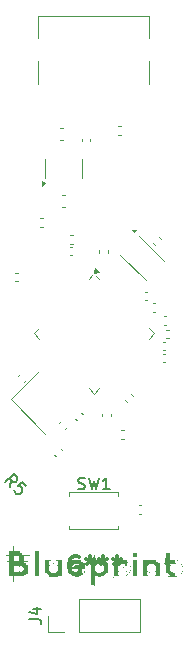
<source format=gbr>
%TF.GenerationSoftware,KiCad,Pcbnew,9.0.4*%
%TF.CreationDate,2025-10-30T00:52:22-04:00*%
%TF.ProjectId,DevBoard,44657642-6f61-4726-942e-6b696361645f,rev?*%
%TF.SameCoordinates,Original*%
%TF.FileFunction,Legend,Top*%
%TF.FilePolarity,Positive*%
%FSLAX46Y46*%
G04 Gerber Fmt 4.6, Leading zero omitted, Abs format (unit mm)*
G04 Created by KiCad (PCBNEW 9.0.4) date 2025-10-30 00:52:22*
%MOMM*%
%LPD*%
G01*
G04 APERTURE LIST*
%ADD10C,0.300000*%
%ADD11C,0.150000*%
%ADD12C,0.120000*%
%ADD13C,0.000000*%
G04 APERTURE END LIST*
D10*
X98718572Y-118959757D02*
X98575715Y-118888328D01*
X98575715Y-118888328D02*
X98361429Y-118888328D01*
X98361429Y-118888328D02*
X98147143Y-118959757D01*
X98147143Y-118959757D02*
X98004286Y-119102614D01*
X98004286Y-119102614D02*
X97932857Y-119245471D01*
X97932857Y-119245471D02*
X97861429Y-119531185D01*
X97861429Y-119531185D02*
X97861429Y-119745471D01*
X97861429Y-119745471D02*
X97932857Y-120031185D01*
X97932857Y-120031185D02*
X98004286Y-120174042D01*
X98004286Y-120174042D02*
X98147143Y-120316900D01*
X98147143Y-120316900D02*
X98361429Y-120388328D01*
X98361429Y-120388328D02*
X98504286Y-120388328D01*
X98504286Y-120388328D02*
X98718572Y-120316900D01*
X98718572Y-120316900D02*
X98790000Y-120245471D01*
X98790000Y-120245471D02*
X98790000Y-119745471D01*
X98790000Y-119745471D02*
X98504286Y-119745471D01*
X99647143Y-118888328D02*
X99647143Y-119245471D01*
X99290000Y-119102614D02*
X99647143Y-119245471D01*
X99647143Y-119245471D02*
X100004286Y-119102614D01*
X99432857Y-119531185D02*
X99647143Y-119245471D01*
X99647143Y-119245471D02*
X99861429Y-119531185D01*
X100790000Y-118888328D02*
X100790000Y-119245471D01*
X100432857Y-119102614D02*
X100790000Y-119245471D01*
X100790000Y-119245471D02*
X101147143Y-119102614D01*
X100575714Y-119531185D02*
X100790000Y-119245471D01*
X100790000Y-119245471D02*
X101004286Y-119531185D01*
X101932857Y-118888328D02*
X101932857Y-119245471D01*
X101575714Y-119102614D02*
X101932857Y-119245471D01*
X101932857Y-119245471D02*
X102290000Y-119102614D01*
X101718571Y-119531185D02*
X101932857Y-119245471D01*
X101932857Y-119245471D02*
X102147143Y-119531185D01*
D11*
X98666667Y-113157200D02*
X98809524Y-113204819D01*
X98809524Y-113204819D02*
X99047619Y-113204819D01*
X99047619Y-113204819D02*
X99142857Y-113157200D01*
X99142857Y-113157200D02*
X99190476Y-113109580D01*
X99190476Y-113109580D02*
X99238095Y-113014342D01*
X99238095Y-113014342D02*
X99238095Y-112919104D01*
X99238095Y-112919104D02*
X99190476Y-112823866D01*
X99190476Y-112823866D02*
X99142857Y-112776247D01*
X99142857Y-112776247D02*
X99047619Y-112728628D01*
X99047619Y-112728628D02*
X98857143Y-112681009D01*
X98857143Y-112681009D02*
X98761905Y-112633390D01*
X98761905Y-112633390D02*
X98714286Y-112585771D01*
X98714286Y-112585771D02*
X98666667Y-112490533D01*
X98666667Y-112490533D02*
X98666667Y-112395295D01*
X98666667Y-112395295D02*
X98714286Y-112300057D01*
X98714286Y-112300057D02*
X98761905Y-112252438D01*
X98761905Y-112252438D02*
X98857143Y-112204819D01*
X98857143Y-112204819D02*
X99095238Y-112204819D01*
X99095238Y-112204819D02*
X99238095Y-112252438D01*
X99571429Y-112204819D02*
X99809524Y-113204819D01*
X99809524Y-113204819D02*
X100000000Y-112490533D01*
X100000000Y-112490533D02*
X100190476Y-113204819D01*
X100190476Y-113204819D02*
X100428572Y-112204819D01*
X101333333Y-113204819D02*
X100761905Y-113204819D01*
X101047619Y-113204819D02*
X101047619Y-112204819D01*
X101047619Y-112204819D02*
X100952381Y-112347676D01*
X100952381Y-112347676D02*
X100857143Y-112442914D01*
X100857143Y-112442914D02*
X100761905Y-112490533D01*
X94534819Y-124223333D02*
X95249104Y-124223333D01*
X95249104Y-124223333D02*
X95391961Y-124270952D01*
X95391961Y-124270952D02*
X95487200Y-124366190D01*
X95487200Y-124366190D02*
X95534819Y-124509047D01*
X95534819Y-124509047D02*
X95534819Y-124604285D01*
X94868152Y-123318571D02*
X95534819Y-123318571D01*
X94487200Y-123556666D02*
X95201485Y-123794761D01*
X95201485Y-123794761D02*
X95201485Y-123175714D01*
X92903238Y-113023726D02*
X93004253Y-112451307D01*
X92499177Y-112619665D02*
X93206284Y-111912559D01*
X93206284Y-111912559D02*
X93475658Y-112181933D01*
X93475658Y-112181933D02*
X93509330Y-112282948D01*
X93509330Y-112282948D02*
X93509330Y-112350291D01*
X93509330Y-112350291D02*
X93475658Y-112451307D01*
X93475658Y-112451307D02*
X93374643Y-112552322D01*
X93374643Y-112552322D02*
X93273627Y-112585994D01*
X93273627Y-112585994D02*
X93206284Y-112585994D01*
X93206284Y-112585994D02*
X93105269Y-112552322D01*
X93105269Y-112552322D02*
X92835895Y-112282948D01*
X94250108Y-112956383D02*
X93913391Y-112619665D01*
X93913391Y-112619665D02*
X93543001Y-112922711D01*
X93543001Y-112922711D02*
X93610345Y-112922711D01*
X93610345Y-112922711D02*
X93711360Y-112956383D01*
X93711360Y-112956383D02*
X93879719Y-113124742D01*
X93879719Y-113124742D02*
X93913391Y-113225757D01*
X93913391Y-113225757D02*
X93913391Y-113293100D01*
X93913391Y-113293100D02*
X93879719Y-113394116D01*
X93879719Y-113394116D02*
X93711360Y-113562474D01*
X93711360Y-113562474D02*
X93610345Y-113596146D01*
X93610345Y-113596146D02*
X93543001Y-113596146D01*
X93543001Y-113596146D02*
X93441986Y-113562474D01*
X93441986Y-113562474D02*
X93273627Y-113394116D01*
X93273627Y-113394116D02*
X93239956Y-113293100D01*
X93239956Y-113293100D02*
X93239956Y-113225757D01*
D12*
%TO.C,R3*%
X104497836Y-96490000D02*
X104282164Y-96490000D01*
X104497836Y-97210000D02*
X104282164Y-97210000D01*
%TO.C,R6*%
X105151693Y-92540810D02*
X104999190Y-92388307D01*
X105660810Y-92031693D02*
X105508307Y-91879190D01*
D13*
%TO.C,G\u002A\u002A\u002A*%
G36*
X95017031Y-118005250D02*
G01*
X95018673Y-118023388D01*
X95019953Y-118054346D01*
X95020868Y-118097982D01*
X95021412Y-118154156D01*
X95021583Y-118219156D01*
X95021583Y-118442293D01*
X95165715Y-118442293D01*
X95309847Y-118442293D01*
X95309847Y-118226481D01*
X95310046Y-118162616D01*
X95310629Y-118108827D01*
X95311580Y-118065723D01*
X95312879Y-118033910D01*
X95314510Y-118013997D01*
X95316398Y-118006621D01*
X95318411Y-118011791D01*
X95320060Y-118029917D01*
X95321343Y-118060855D01*
X95322255Y-118104463D01*
X95322792Y-118160597D01*
X95322950Y-118222432D01*
X95322950Y-118442293D01*
X95362259Y-118442293D01*
X95385083Y-118443047D01*
X95397338Y-118445723D01*
X95401490Y-118450936D01*
X95401567Y-118452120D01*
X95398548Y-118457826D01*
X95387847Y-118460890D01*
X95366995Y-118461928D01*
X95362259Y-118461947D01*
X95322950Y-118461947D01*
X95322950Y-119500353D01*
X95322950Y-120538759D01*
X95394629Y-120538759D01*
X95425203Y-120539331D01*
X95449741Y-120540898D01*
X95465660Y-120543237D01*
X95470358Y-120545310D01*
X95466105Y-120548389D01*
X95449393Y-120550529D01*
X95420836Y-120551675D01*
X95398678Y-120551862D01*
X95322950Y-120551862D01*
X95322950Y-120794266D01*
X95322774Y-120864193D01*
X95322253Y-120922714D01*
X95321396Y-120969505D01*
X95320211Y-121004244D01*
X95318706Y-121026608D01*
X95316891Y-121036275D01*
X95316398Y-121036670D01*
X95314508Y-121030174D01*
X95312927Y-121010901D01*
X95311662Y-120979174D01*
X95310723Y-120935315D01*
X95310119Y-120879648D01*
X95309858Y-120812495D01*
X95309847Y-120794266D01*
X95309847Y-120551862D01*
X95165715Y-120551862D01*
X95021583Y-120551862D01*
X95021583Y-120800817D01*
X95021412Y-120871843D01*
X95020904Y-120931424D01*
X95020068Y-120979249D01*
X95018912Y-121015007D01*
X95017444Y-121038388D01*
X95015672Y-121049081D01*
X95015031Y-121049773D01*
X95013162Y-121043274D01*
X95011594Y-121023987D01*
X95010336Y-120992222D01*
X95009395Y-120948289D01*
X95008779Y-120892499D01*
X95008498Y-120825162D01*
X95008480Y-120800817D01*
X95008480Y-120551862D01*
X94903657Y-120551862D01*
X94861886Y-120551463D01*
X94829871Y-120550311D01*
X94808641Y-120548469D01*
X94799222Y-120546001D01*
X94798833Y-120545310D01*
X94805208Y-120542700D01*
X94823646Y-120540699D01*
X94853119Y-120539372D01*
X94892599Y-120538783D01*
X94903657Y-120538759D01*
X95008480Y-120538759D01*
X95008480Y-119500353D01*
X95008480Y-118461947D01*
X94946241Y-118461947D01*
X94916572Y-118461595D01*
X94897797Y-118460309D01*
X94887718Y-118457741D01*
X94884139Y-118453545D01*
X94884002Y-118452120D01*
X94886230Y-118447435D01*
X94894376Y-118444471D01*
X94910639Y-118442879D01*
X94937214Y-118442314D01*
X94946241Y-118442293D01*
X95008480Y-118442293D01*
X95008480Y-118223205D01*
X95008676Y-118158749D01*
X95009251Y-118104408D01*
X95010188Y-118060776D01*
X95011470Y-118028449D01*
X95013080Y-118008022D01*
X95014999Y-118000091D01*
X95015031Y-118000069D01*
X95017031Y-118005250D01*
G37*
G36*
X103337099Y-117990202D02*
G01*
X103338563Y-118009581D01*
X103339771Y-118041596D01*
X103340717Y-118086013D01*
X103341396Y-118142600D01*
X103341803Y-118211124D01*
X103341934Y-118288333D01*
X103341934Y-118592976D01*
X103486066Y-118592976D01*
X103630198Y-118592976D01*
X103630198Y-118291609D01*
X103630339Y-118212282D01*
X103630760Y-118144654D01*
X103631456Y-118088961D01*
X103632421Y-118045441D01*
X103633651Y-118014329D01*
X103635139Y-117995861D01*
X103636749Y-117990242D01*
X103638474Y-117996753D01*
X103639944Y-118016128D01*
X103641155Y-118048131D01*
X103642101Y-118092525D01*
X103642777Y-118149075D01*
X103643178Y-118217543D01*
X103643301Y-118291609D01*
X103643301Y-118592976D01*
X103682609Y-118592976D01*
X103703547Y-118593971D01*
X103717743Y-118596569D01*
X103721918Y-118599527D01*
X103715951Y-118603017D01*
X103700362Y-118605383D01*
X103682609Y-118606079D01*
X103643301Y-118606079D01*
X103643301Y-118750211D01*
X103643301Y-118894343D01*
X103682609Y-118894343D01*
X103703547Y-118895338D01*
X103717743Y-118897936D01*
X103721918Y-118900895D01*
X103715951Y-118904384D01*
X103700362Y-118906750D01*
X103682609Y-118907446D01*
X103643301Y-118907446D01*
X103643301Y-119054541D01*
X103643301Y-119201636D01*
X103684247Y-119203962D01*
X103725194Y-119206288D01*
X103684247Y-119207551D01*
X103643301Y-119208813D01*
X103643301Y-119873786D01*
X103643301Y-120538759D01*
X103714980Y-120538759D01*
X103745553Y-120539331D01*
X103770092Y-120540898D01*
X103786011Y-120543237D01*
X103790708Y-120545310D01*
X103786455Y-120548389D01*
X103769743Y-120550529D01*
X103741187Y-120551675D01*
X103719029Y-120551862D01*
X103643301Y-120551862D01*
X103643301Y-120794266D01*
X103643125Y-120864193D01*
X103642604Y-120922714D01*
X103641747Y-120969505D01*
X103640561Y-121004244D01*
X103639057Y-121026608D01*
X103637242Y-121036275D01*
X103636749Y-121036670D01*
X103634859Y-121030174D01*
X103633278Y-121010901D01*
X103632013Y-120979174D01*
X103631074Y-120935315D01*
X103630470Y-120879648D01*
X103630208Y-120812495D01*
X103630198Y-120794266D01*
X103630198Y-120551862D01*
X103486066Y-120551862D01*
X103341934Y-120551862D01*
X103341934Y-120800817D01*
X103341763Y-120871843D01*
X103341255Y-120931424D01*
X103340419Y-120979249D01*
X103339263Y-121015007D01*
X103337795Y-121038388D01*
X103336023Y-121049081D01*
X103335382Y-121049773D01*
X103333513Y-121043274D01*
X103331945Y-121023987D01*
X103330687Y-120992222D01*
X103329746Y-120948289D01*
X103329130Y-120892499D01*
X103328849Y-120825162D01*
X103328831Y-120800817D01*
X103328831Y-120551862D01*
X103224007Y-120551862D01*
X103182237Y-120551463D01*
X103150222Y-120550311D01*
X103128991Y-120548469D01*
X103119573Y-120546001D01*
X103119184Y-120545310D01*
X103125558Y-120542700D01*
X103143996Y-120540699D01*
X103173470Y-120539372D01*
X103212950Y-120538783D01*
X103224007Y-120538759D01*
X103328831Y-120538759D01*
X103328831Y-119874023D01*
X103328831Y-119209287D01*
X103264954Y-119207146D01*
X103201077Y-119205004D01*
X103264954Y-119203633D01*
X103328831Y-119202262D01*
X103341934Y-119202262D01*
X103486066Y-119202262D01*
X103630198Y-119202262D01*
X103630198Y-119054854D01*
X103630198Y-118907446D01*
X103486066Y-118907446D01*
X103341934Y-118907446D01*
X103341934Y-119054854D01*
X103341934Y-119202262D01*
X103328831Y-119202262D01*
X103328831Y-119054854D01*
X103328831Y-118907446D01*
X103266592Y-118907446D01*
X103237235Y-118906793D01*
X103216148Y-118904973D01*
X103205345Y-118902200D01*
X103204353Y-118900895D01*
X103210561Y-118897804D01*
X103227843Y-118895585D01*
X103254187Y-118894447D01*
X103266592Y-118894343D01*
X103328831Y-118894343D01*
X103328831Y-118750211D01*
X103328831Y-118606079D01*
X103266592Y-118606079D01*
X103237235Y-118605425D01*
X103216148Y-118603606D01*
X103205345Y-118600833D01*
X103204353Y-118599527D01*
X103210561Y-118596437D01*
X103227843Y-118594218D01*
X103254187Y-118593080D01*
X103266592Y-118592976D01*
X103328831Y-118592976D01*
X103328831Y-118288333D01*
X103328971Y-118208513D01*
X103329387Y-118140405D01*
X103330076Y-118084242D01*
X103331031Y-118040258D01*
X103332248Y-118008684D01*
X103333722Y-117989753D01*
X103335382Y-117983691D01*
X103337099Y-117990202D01*
G37*
G36*
X105282731Y-118455366D02*
G01*
X105284089Y-118474818D01*
X105285237Y-118507029D01*
X105286170Y-118551828D01*
X105286887Y-118609042D01*
X105287384Y-118678502D01*
X105287659Y-118760036D01*
X105287716Y-118825553D01*
X105287716Y-119202262D01*
X105431848Y-119202262D01*
X105575981Y-119202262D01*
X105575981Y-118829215D01*
X105576096Y-118740866D01*
X105576438Y-118663741D01*
X105577004Y-118598120D01*
X105577786Y-118544282D01*
X105578782Y-118502506D01*
X105579986Y-118473071D01*
X105581392Y-118456257D01*
X105582532Y-118452120D01*
X105584120Y-118457611D01*
X105585490Y-118476137D01*
X105586641Y-118507633D01*
X105587572Y-118552033D01*
X105588282Y-118609271D01*
X105588769Y-118679282D01*
X105589033Y-118761998D01*
X105589083Y-118824751D01*
X105589083Y-119201431D01*
X105610376Y-119204074D01*
X105631668Y-119206716D01*
X105610376Y-119207765D01*
X105589083Y-119208813D01*
X105589083Y-119873786D01*
X105589083Y-120538759D01*
X105703734Y-120538759D01*
X105747990Y-120539124D01*
X105782270Y-120540186D01*
X105805662Y-120541891D01*
X105817254Y-120544188D01*
X105818384Y-120545310D01*
X105811990Y-120547839D01*
X105793415Y-120549798D01*
X105763571Y-120551135D01*
X105723370Y-120551797D01*
X105703734Y-120551862D01*
X105589083Y-120551862D01*
X105589083Y-120800817D01*
X105588912Y-120871843D01*
X105588405Y-120931424D01*
X105587569Y-120979249D01*
X105586413Y-121015007D01*
X105584945Y-121038388D01*
X105583173Y-121049081D01*
X105582532Y-121049773D01*
X105580653Y-121043275D01*
X105579078Y-121023995D01*
X105577816Y-120992249D01*
X105576876Y-120948353D01*
X105576266Y-120892623D01*
X105575995Y-120825377D01*
X105575981Y-120804093D01*
X105575981Y-120558413D01*
X105431848Y-120558413D01*
X105287716Y-120558413D01*
X105287716Y-120810644D01*
X105287548Y-120882214D01*
X105287046Y-120942320D01*
X105286221Y-120990657D01*
X105285079Y-121026921D01*
X105283628Y-121050805D01*
X105281877Y-121062007D01*
X105281165Y-121062875D01*
X105279317Y-121056375D01*
X105277764Y-121037074D01*
X105276512Y-121005270D01*
X105275569Y-120961262D01*
X105274943Y-120905348D01*
X105274642Y-120837828D01*
X105274614Y-120806897D01*
X105274614Y-120550918D01*
X105177980Y-120553607D01*
X105118241Y-120556480D01*
X105067489Y-120561737D01*
X105021755Y-120569805D01*
X105015831Y-120571115D01*
X104986930Y-120577214D01*
X104961801Y-120581185D01*
X104936561Y-120583306D01*
X104907322Y-120583856D01*
X104870201Y-120583112D01*
X104855320Y-120582622D01*
X104799689Y-120579629D01*
X104754377Y-120574742D01*
X104716698Y-120567649D01*
X104708502Y-120565586D01*
X104680080Y-120559089D01*
X104653905Y-120555325D01*
X104738673Y-120555325D01*
X104749630Y-120559778D01*
X104771109Y-120563426D01*
X104800553Y-120566226D01*
X104835402Y-120568137D01*
X104873099Y-120569117D01*
X104911085Y-120569126D01*
X104946802Y-120568122D01*
X104977693Y-120566064D01*
X105001198Y-120562910D01*
X105012555Y-120559751D01*
X105014904Y-120557374D01*
X105008973Y-120555523D01*
X104993804Y-120554143D01*
X104968434Y-120553180D01*
X104931905Y-120552577D01*
X104883256Y-120552280D01*
X104882072Y-120552277D01*
X104840039Y-120552304D01*
X104803005Y-120552609D01*
X104772764Y-120553153D01*
X104751111Y-120553898D01*
X104739840Y-120554805D01*
X104738673Y-120555325D01*
X104653905Y-120555325D01*
X104650929Y-120554897D01*
X104617084Y-120552620D01*
X104574578Y-120551868D01*
X104569284Y-120551862D01*
X104481887Y-120551862D01*
X104481887Y-120800817D01*
X104481716Y-120871843D01*
X104481209Y-120931424D01*
X104480373Y-120979249D01*
X104479217Y-121015007D01*
X104477748Y-121038388D01*
X104475976Y-121049081D01*
X104475336Y-121049773D01*
X104473456Y-121043275D01*
X104471882Y-121023995D01*
X104470620Y-120992249D01*
X104469680Y-120948353D01*
X104469070Y-120892623D01*
X104468798Y-120825377D01*
X104468784Y-120804093D01*
X104468784Y-120558413D01*
X104324652Y-120558413D01*
X104180520Y-120558413D01*
X104180520Y-120810644D01*
X104180351Y-120882214D01*
X104179850Y-120942320D01*
X104179025Y-120990657D01*
X104177883Y-121026921D01*
X104176432Y-121050805D01*
X104174681Y-121062007D01*
X104173969Y-121062875D01*
X104172120Y-121056375D01*
X104170565Y-121037075D01*
X104169313Y-121005274D01*
X104168370Y-120961270D01*
X104167745Y-120905365D01*
X104167445Y-120837856D01*
X104167417Y-120807369D01*
X104167417Y-120551862D01*
X104062594Y-120551862D01*
X104020823Y-120551463D01*
X103988809Y-120550311D01*
X103967578Y-120548469D01*
X103958159Y-120546001D01*
X103957771Y-120545310D01*
X103964145Y-120542700D01*
X103982583Y-120540699D01*
X104012056Y-120539372D01*
X104051536Y-120538783D01*
X104062594Y-120538759D01*
X104167417Y-120538759D01*
X104481887Y-120538759D01*
X104545764Y-120538664D01*
X104609641Y-120538570D01*
X104550677Y-120506159D01*
X104525608Y-120492604D01*
X104504814Y-120481781D01*
X104490951Y-120475048D01*
X104486801Y-120473496D01*
X104483999Y-120479238D01*
X104482220Y-120494196D01*
X104481887Y-120506002D01*
X104481887Y-120538759D01*
X104167417Y-120538759D01*
X104167417Y-120506002D01*
X104167417Y-120008328D01*
X104167417Y-119991712D01*
X104481838Y-119991712D01*
X104483500Y-120224289D01*
X104485163Y-120456866D01*
X104566946Y-120497812D01*
X104648729Y-120538759D01*
X104878732Y-120538759D01*
X105108734Y-120538759D01*
X105108794Y-120538729D01*
X105153412Y-120538729D01*
X105214013Y-120538744D01*
X105274614Y-120538759D01*
X105274614Y-120506002D01*
X105274213Y-120487308D01*
X105273187Y-120475449D01*
X105272386Y-120473244D01*
X105266109Y-120476244D01*
X105250937Y-120484340D01*
X105229377Y-120496177D01*
X105211785Y-120505987D01*
X105153412Y-120538729D01*
X105108794Y-120538729D01*
X105190036Y-120497812D01*
X105271338Y-120456866D01*
X105272915Y-120230840D01*
X105274492Y-120004815D01*
X105251955Y-120050675D01*
X105214709Y-120112149D01*
X105167752Y-120166033D01*
X105112624Y-120211122D01*
X105050862Y-120246210D01*
X104984007Y-120270092D01*
X104966695Y-120274166D01*
X104895079Y-120282889D01*
X104824588Y-120279192D01*
X104756613Y-120263753D01*
X104692546Y-120237251D01*
X104633778Y-120200362D01*
X104581700Y-120153764D01*
X104537704Y-120098136D01*
X104511622Y-120052485D01*
X104481838Y-119991712D01*
X104167417Y-119991712D01*
X104167417Y-119899028D01*
X104489143Y-119899028D01*
X104492145Y-119941901D01*
X104498183Y-119977221D01*
X104498452Y-119978267D01*
X104520786Y-120039158D01*
X104554287Y-120096635D01*
X104597137Y-120148864D01*
X104647518Y-120194013D01*
X104703614Y-120230247D01*
X104763606Y-120255732D01*
X104777514Y-120259813D01*
X104809571Y-120265617D01*
X104849735Y-120268808D01*
X104893273Y-120269379D01*
X104935449Y-120267322D01*
X104971531Y-120262630D01*
X104982731Y-120260136D01*
X105045427Y-120237136D01*
X105105310Y-120201754D01*
X105161386Y-120154580D01*
X105163683Y-120152309D01*
X105206490Y-120103873D01*
X105238021Y-120053998D01*
X105259223Y-120000325D01*
X105271047Y-119940498D01*
X105274458Y-119877062D01*
X105270729Y-119810273D01*
X105258830Y-119751880D01*
X105237695Y-119699268D01*
X105206254Y-119649822D01*
X105163441Y-119600927D01*
X105160545Y-119598012D01*
X105111501Y-119554542D01*
X105061623Y-119522374D01*
X105007903Y-119499888D01*
X104953410Y-119486522D01*
X104880704Y-119479402D01*
X104811579Y-119484886D01*
X104746040Y-119502972D01*
X104684093Y-119533658D01*
X104625743Y-119576943D01*
X104599813Y-119601386D01*
X104556049Y-119652186D01*
X104523863Y-119705155D01*
X104501737Y-119762893D01*
X104498383Y-119775253D01*
X104492261Y-119810687D01*
X104489182Y-119853618D01*
X104489143Y-119899028D01*
X104167417Y-119899028D01*
X104167417Y-119477897D01*
X104103541Y-119475755D01*
X104039664Y-119473614D01*
X104103541Y-119472242D01*
X104167417Y-119470871D01*
X104167417Y-119340079D01*
X104167417Y-119290722D01*
X105287716Y-119290722D01*
X105334950Y-119330023D01*
X105362106Y-119354394D01*
X105391677Y-119383707D01*
X105418168Y-119412461D01*
X105423284Y-119418460D01*
X105464383Y-119467596D01*
X105505441Y-119471378D01*
X105546499Y-119475161D01*
X105509924Y-119476292D01*
X105473349Y-119477423D01*
X105514085Y-119558744D01*
X105530008Y-119591727D01*
X105544401Y-119623731D01*
X105555813Y-119651383D01*
X105562795Y-119671308D01*
X105563364Y-119673394D01*
X105568495Y-119692045D01*
X105572497Y-119704141D01*
X105573943Y-119706724D01*
X105574399Y-119700409D01*
X105574819Y-119682415D01*
X105575192Y-119654164D01*
X105575506Y-119617078D01*
X105575749Y-119572581D01*
X105575911Y-119522095D01*
X105575979Y-119467043D01*
X105575981Y-119457768D01*
X105575981Y-119208813D01*
X105431848Y-119208813D01*
X105287716Y-119208813D01*
X105287716Y-119249768D01*
X105287716Y-119290722D01*
X104167417Y-119290722D01*
X104167417Y-119244846D01*
X104167417Y-119209287D01*
X104153275Y-119208813D01*
X104481887Y-119208813D01*
X104481887Y-119244846D01*
X104482278Y-119264585D01*
X104483287Y-119277673D01*
X104484264Y-119280879D01*
X104490609Y-119277894D01*
X104505890Y-119269826D01*
X104527618Y-119258009D01*
X104546503Y-119247567D01*
X104571173Y-119233596D01*
X104590902Y-119221959D01*
X104603305Y-119214094D01*
X104605702Y-119212089D01*
X105146860Y-119212089D01*
X105209099Y-119245901D01*
X105271338Y-119279714D01*
X105273163Y-119249768D01*
X105273343Y-119246815D01*
X105273982Y-119227436D01*
X105273402Y-119214230D01*
X105272540Y-119211107D01*
X105265192Y-119210077D01*
X105247790Y-119209633D01*
X105223371Y-119209817D01*
X105208296Y-119210194D01*
X105146860Y-119212089D01*
X104605702Y-119212089D01*
X104606365Y-119211534D01*
X104600288Y-119210365D01*
X104583954Y-119209447D01*
X104560209Y-119208906D01*
X104544126Y-119208813D01*
X104481887Y-119208813D01*
X104153275Y-119208813D01*
X104103541Y-119207146D01*
X104039664Y-119205004D01*
X104103541Y-119203633D01*
X104167417Y-119202262D01*
X104167417Y-118829215D01*
X104167533Y-118740866D01*
X104167875Y-118663741D01*
X104168440Y-118598120D01*
X104169223Y-118544282D01*
X104170219Y-118502506D01*
X104171422Y-118473071D01*
X104172829Y-118456257D01*
X104173969Y-118452120D01*
X104175556Y-118457611D01*
X104176925Y-118476139D01*
X104178076Y-118507636D01*
X104179007Y-118552037D01*
X104179717Y-118609276D01*
X104180204Y-118679289D01*
X104180469Y-118762008D01*
X104180520Y-118825166D01*
X104180520Y-119202262D01*
X104324652Y-119202262D01*
X104468784Y-119202262D01*
X104468784Y-118829215D01*
X104468900Y-118740866D01*
X104469242Y-118663741D01*
X104469807Y-118598120D01*
X104470590Y-118544282D01*
X104471586Y-118502506D01*
X104472789Y-118473071D01*
X104474196Y-118456257D01*
X104475336Y-118452120D01*
X104476923Y-118457611D01*
X104478292Y-118476139D01*
X104479443Y-118507636D01*
X104480374Y-118552037D01*
X104481084Y-118609276D01*
X104481571Y-118679289D01*
X104481836Y-118762008D01*
X104481887Y-118825166D01*
X104481887Y-119202262D01*
X104569165Y-119202262D01*
X104610874Y-119201745D01*
X104642321Y-119200018D01*
X104666311Y-119196809D01*
X104685651Y-119191851D01*
X104688729Y-119190797D01*
X104721015Y-119179331D01*
X104653620Y-119177462D01*
X104622794Y-119176026D01*
X104601375Y-119173791D01*
X104590826Y-119170944D01*
X104590130Y-119169272D01*
X104597318Y-119167821D01*
X104615939Y-119166554D01*
X104644434Y-119165473D01*
X104681248Y-119164576D01*
X104724825Y-119163863D01*
X104773608Y-119163336D01*
X104826041Y-119162993D01*
X104880568Y-119162834D01*
X104935632Y-119162859D01*
X104989677Y-119163069D01*
X105041146Y-119163463D01*
X105088484Y-119164040D01*
X105130135Y-119164802D01*
X105164540Y-119165747D01*
X105190146Y-119166876D01*
X105205394Y-119168188D01*
X105209099Y-119169314D01*
X105202873Y-119171958D01*
X105185499Y-119174316D01*
X105158930Y-119176205D01*
X105125119Y-119177441D01*
X105122292Y-119177503D01*
X105035485Y-119179331D01*
X105067772Y-119190797D01*
X105086593Y-119196085D01*
X105109578Y-119199576D01*
X105139536Y-119201541D01*
X105179270Y-119202247D01*
X105187336Y-119202262D01*
X105274614Y-119202262D01*
X105274614Y-118825553D01*
X105274727Y-118735502D01*
X105275065Y-118657403D01*
X105275625Y-118591427D01*
X105276405Y-118537745D01*
X105277400Y-118496528D01*
X105278608Y-118467947D01*
X105280026Y-118452174D01*
X105281165Y-118448844D01*
X105282731Y-118455366D01*
G37*
G36*
X97283396Y-118448815D02*
G01*
X97284750Y-118468270D01*
X97285895Y-118500487D01*
X97286827Y-118545299D01*
X97287545Y-118602536D01*
X97288045Y-118672028D01*
X97288324Y-118753607D01*
X97288387Y-118822277D01*
X97288387Y-119202262D01*
X97393210Y-119202262D01*
X97434981Y-119202660D01*
X97466996Y-119203812D01*
X97488226Y-119205654D01*
X97497645Y-119208122D01*
X97498034Y-119208813D01*
X97491659Y-119211424D01*
X97473221Y-119213425D01*
X97443748Y-119214752D01*
X97404268Y-119215340D01*
X97393210Y-119215364D01*
X97288387Y-119215364D01*
X97288387Y-119746033D01*
X97288387Y-120276701D01*
X97350626Y-120276701D01*
X97379983Y-120277354D01*
X97401069Y-120279173D01*
X97411873Y-120281946D01*
X97412865Y-120283252D01*
X97406657Y-120286342D01*
X97389375Y-120288562D01*
X97363031Y-120289699D01*
X97350626Y-120289803D01*
X97288387Y-120289803D01*
X97288387Y-120417557D01*
X97288387Y-120545310D01*
X97350626Y-120545310D01*
X97379983Y-120545964D01*
X97401069Y-120547783D01*
X97411873Y-120550556D01*
X97412865Y-120551862D01*
X97406657Y-120554952D01*
X97389375Y-120557172D01*
X97363031Y-120558309D01*
X97350626Y-120558413D01*
X97288387Y-120558413D01*
X97288387Y-120807369D01*
X97288216Y-120878395D01*
X97287708Y-120937976D01*
X97286873Y-120985800D01*
X97285716Y-121021559D01*
X97284248Y-121044939D01*
X97282476Y-121055632D01*
X97281836Y-121056324D01*
X97279966Y-121049826D01*
X97278399Y-121030539D01*
X97277140Y-120998774D01*
X97276199Y-120954840D01*
X97275584Y-120899050D01*
X97275302Y-120831714D01*
X97275284Y-120807369D01*
X97275284Y-120558413D01*
X97131152Y-120558413D01*
X96987020Y-120558413D01*
X96987020Y-120807369D01*
X96986849Y-120878395D01*
X96986341Y-120937976D01*
X96985506Y-120985800D01*
X96984349Y-121021559D01*
X96982881Y-121044939D01*
X96981109Y-121055632D01*
X96980469Y-121056324D01*
X96978599Y-121049826D01*
X96977032Y-121030539D01*
X96975773Y-120998774D01*
X96974832Y-120954840D01*
X96974217Y-120899050D01*
X96973935Y-120831714D01*
X96973917Y-120807369D01*
X96973917Y-120558413D01*
X96883835Y-120558513D01*
X96833074Y-120559517D01*
X96794006Y-120562374D01*
X96767230Y-120567037D01*
X96764270Y-120567902D01*
X96734789Y-120577191D01*
X96801941Y-120577629D01*
X96832637Y-120578437D01*
X96855086Y-120580281D01*
X96867365Y-120582960D01*
X96869094Y-120584619D01*
X96862581Y-120586320D01*
X96843193Y-120587774D01*
X96811156Y-120588976D01*
X96766696Y-120589921D01*
X96710037Y-120590605D01*
X96641406Y-120591023D01*
X96561029Y-120591170D01*
X96557900Y-120591171D01*
X96477101Y-120591033D01*
X96408041Y-120590625D01*
X96350944Y-120589951D01*
X96306038Y-120589015D01*
X96273547Y-120587822D01*
X96253697Y-120586377D01*
X96246714Y-120584685D01*
X96246705Y-120584619D01*
X96253003Y-120581780D01*
X96270895Y-120579534D01*
X96298882Y-120578013D01*
X96330236Y-120577381D01*
X96364090Y-120577020D01*
X96386240Y-120576446D01*
X96398084Y-120575431D01*
X96401021Y-120573748D01*
X96396451Y-120571170D01*
X96387562Y-120568057D01*
X96367945Y-120564076D01*
X96337464Y-120561112D01*
X96298332Y-120559339D01*
X96271273Y-120558917D01*
X96181191Y-120558413D01*
X96181191Y-120800817D01*
X96181015Y-120870745D01*
X96180494Y-120929265D01*
X96179637Y-120976056D01*
X96178451Y-121010795D01*
X96176947Y-121033159D01*
X96175132Y-121042826D01*
X96174639Y-121043221D01*
X96172749Y-121036725D01*
X96171168Y-121017452D01*
X96169903Y-120985725D01*
X96168964Y-120941867D01*
X96168360Y-120886200D01*
X96168099Y-120819046D01*
X96168088Y-120800817D01*
X96168088Y-120558413D01*
X96023956Y-120558413D01*
X95879824Y-120558413D01*
X95879824Y-120797541D01*
X95879646Y-120866914D01*
X95879118Y-120924899D01*
X95878249Y-120971169D01*
X95877049Y-121005394D01*
X95875525Y-121027245D01*
X95873688Y-121036393D01*
X95873272Y-121036670D01*
X95871372Y-121030175D01*
X95869783Y-121010909D01*
X95868515Y-120979203D01*
X95867578Y-120935383D01*
X95866979Y-120879780D01*
X95866728Y-120812723D01*
X95866721Y-120797541D01*
X95866721Y-120558413D01*
X95847066Y-120558413D01*
X95833266Y-120556516D01*
X95827414Y-120551943D01*
X95827412Y-120551862D01*
X95833105Y-120547262D01*
X95846822Y-120545311D01*
X95847066Y-120545310D01*
X95866721Y-120545310D01*
X95879824Y-120545310D01*
X96023956Y-120545310D01*
X96168088Y-120545310D01*
X96181191Y-120545310D01*
X96245067Y-120545185D01*
X96308944Y-120545059D01*
X96304470Y-120542684D01*
X96849985Y-120542684D01*
X96854852Y-120543799D01*
X96870160Y-120544679D01*
X96893249Y-120545208D01*
X96910586Y-120545310D01*
X96973917Y-120545310D01*
X96973917Y-120512553D01*
X96973315Y-120493861D01*
X96971775Y-120482001D01*
X96970571Y-120479796D01*
X96963842Y-120482640D01*
X96948636Y-120490108D01*
X96928009Y-120500609D01*
X96905016Y-120512546D01*
X96882713Y-120524328D01*
X96864157Y-120534360D01*
X96852403Y-120541049D01*
X96849985Y-120542684D01*
X96304470Y-120542684D01*
X96247470Y-120512427D01*
X96222078Y-120499061D01*
X96201314Y-120488344D01*
X96187675Y-120481551D01*
X96183593Y-120479796D01*
X96182222Y-120485693D01*
X96181352Y-120500769D01*
X96181191Y-120512553D01*
X96181191Y-120545310D01*
X96168088Y-120545310D01*
X96168088Y-120512553D01*
X96168088Y-120504138D01*
X96167645Y-120481295D01*
X96165316Y-120467583D01*
X96159600Y-120459036D01*
X96148994Y-120451689D01*
X96148009Y-120451106D01*
X96126427Y-120435682D01*
X96100084Y-120412909D01*
X96072140Y-120385874D01*
X96045756Y-120357666D01*
X96024094Y-120331373D01*
X96020680Y-120326719D01*
X95994474Y-120290086D01*
X95953528Y-120289945D01*
X95932015Y-120288913D01*
X95917278Y-120286346D01*
X95912581Y-120283252D01*
X95918473Y-120279515D01*
X95933539Y-120277143D01*
X95945338Y-120276701D01*
X95964031Y-120276244D01*
X95975891Y-120275077D01*
X95978096Y-120274164D01*
X95975215Y-120267679D01*
X95967454Y-120252243D01*
X95956133Y-120230447D01*
X95947456Y-120214032D01*
X95931197Y-120181385D01*
X95914924Y-120145256D01*
X95901493Y-120112078D01*
X95898408Y-120103556D01*
X95879999Y-120050675D01*
X95879911Y-120297993D01*
X95879824Y-120545310D01*
X95866721Y-120545310D01*
X95866721Y-119892298D01*
X96181292Y-119892298D01*
X96183155Y-119934337D01*
X96187587Y-119970687D01*
X96191749Y-119988885D01*
X96217156Y-120052777D01*
X96253313Y-120111815D01*
X96298580Y-120164049D01*
X96351313Y-120207531D01*
X96399653Y-120235615D01*
X96422484Y-120246004D01*
X96444205Y-120254303D01*
X96469085Y-120261928D01*
X96501389Y-120270293D01*
X96512039Y-120272887D01*
X96524006Y-120274018D01*
X96545504Y-120274483D01*
X96572975Y-120274241D01*
X96590657Y-120273747D01*
X96631612Y-120271092D01*
X96664758Y-120265822D01*
X96695271Y-120257065D01*
X96700338Y-120255251D01*
X96757511Y-120230013D01*
X96807177Y-120198118D01*
X96853626Y-120156708D01*
X96863092Y-120146835D01*
X96905108Y-120095668D01*
X96935528Y-120043245D01*
X96955316Y-119987087D01*
X96965436Y-119924716D01*
X96967288Y-119879038D01*
X96961938Y-119807932D01*
X96945392Y-119743101D01*
X96917169Y-119683404D01*
X96876786Y-119627699D01*
X96848218Y-119597371D01*
X96793518Y-119552709D01*
X96733140Y-119519279D01*
X96668514Y-119497305D01*
X96601068Y-119487011D01*
X96532234Y-119488622D01*
X96463440Y-119502361D01*
X96399268Y-119526929D01*
X96347532Y-119558039D01*
X96299287Y-119599070D01*
X96256715Y-119647412D01*
X96221998Y-119700454D01*
X96197319Y-119755585D01*
X96191222Y-119775786D01*
X96185315Y-119808648D01*
X96182008Y-119848943D01*
X96181292Y-119892298D01*
X95866721Y-119892298D01*
X95866721Y-119880337D01*
X95866721Y-119749308D01*
X96181211Y-119749308D01*
X96205079Y-119701584D01*
X96241106Y-119643627D01*
X96287614Y-119591342D01*
X96342587Y-119546462D01*
X96404008Y-119510722D01*
X96447976Y-119492680D01*
X96473607Y-119484549D01*
X96496506Y-119479331D01*
X96521087Y-119476408D01*
X96551760Y-119475161D01*
X96574278Y-119474960D01*
X96609911Y-119475288D01*
X96636835Y-119476888D01*
X96659430Y-119480376D01*
X96682073Y-119486368D01*
X96701782Y-119492897D01*
X96767096Y-119521968D01*
X96826196Y-119561061D01*
X96877427Y-119608733D01*
X96919132Y-119663543D01*
X96939114Y-119699708D01*
X96950410Y-119722945D01*
X96959445Y-119740936D01*
X96964850Y-119750981D01*
X96965728Y-119752187D01*
X96966112Y-119745980D01*
X96966463Y-119728161D01*
X96966773Y-119700221D01*
X96967028Y-119663650D01*
X96967219Y-119619940D01*
X96967335Y-119570581D01*
X96967366Y-119526873D01*
X96967366Y-119301161D01*
X96929695Y-119279151D01*
X96904362Y-119265484D01*
X96873260Y-119250294D01*
X96842861Y-119236735D01*
X96841111Y-119236005D01*
X96799082Y-119218558D01*
X96849439Y-119218558D01*
X96854839Y-119222827D01*
X96869126Y-119231217D01*
X96889430Y-119242063D01*
X96893662Y-119244228D01*
X96917120Y-119256563D01*
X96937377Y-119267942D01*
X96950317Y-119276048D01*
X96950915Y-119276487D01*
X96962761Y-119283149D01*
X96969857Y-119280422D01*
X96973223Y-119267028D01*
X96973917Y-119247735D01*
X96973917Y-119215364D01*
X96911678Y-119215364D01*
X96884933Y-119215676D01*
X96863945Y-119216514D01*
X96851560Y-119217733D01*
X96849439Y-119218558D01*
X96799082Y-119218558D01*
X96790198Y-119214870D01*
X96569226Y-119216755D01*
X96348253Y-119218640D01*
X96299117Y-119239872D01*
X96270321Y-119253285D01*
X96241259Y-119268396D01*
X96218024Y-119282026D01*
X96217224Y-119282547D01*
X96184466Y-119303990D01*
X96182839Y-119526649D01*
X96181211Y-119749308D01*
X95866721Y-119749308D01*
X95866721Y-119248122D01*
X95866721Y-119215364D01*
X96181191Y-119215364D01*
X96181191Y-119248122D01*
X96181793Y-119266814D01*
X96183333Y-119278674D01*
X96184537Y-119280879D01*
X96191396Y-119278017D01*
X96207161Y-119270309D01*
X96229180Y-119259077D01*
X96245138Y-119250748D01*
X96269710Y-119237703D01*
X96289595Y-119226933D01*
X96302158Y-119219878D01*
X96305122Y-119217991D01*
X96300256Y-119216876D01*
X96284948Y-119215996D01*
X96261859Y-119215466D01*
X96244522Y-119215364D01*
X96181191Y-119215364D01*
X95866721Y-119215364D01*
X95752070Y-119215364D01*
X95707814Y-119214999D01*
X95673534Y-119213938D01*
X95650142Y-119212232D01*
X95638550Y-119209935D01*
X95637420Y-119208813D01*
X95643814Y-119206284D01*
X95662389Y-119204325D01*
X95692233Y-119202989D01*
X95732434Y-119202326D01*
X95752070Y-119202262D01*
X95866721Y-119202262D01*
X95866721Y-118825166D01*
X95866833Y-118733884D01*
X95867170Y-118655265D01*
X95867729Y-118589374D01*
X95868511Y-118536277D01*
X95869513Y-118496040D01*
X95870734Y-118468728D01*
X95872174Y-118454407D01*
X95873272Y-118452120D01*
X95874823Y-118459643D01*
X95876173Y-118479988D01*
X95877320Y-118512876D01*
X95878257Y-118558029D01*
X95878980Y-118615165D01*
X95879483Y-118684008D01*
X95879763Y-118764276D01*
X95879824Y-118829215D01*
X95879824Y-119202262D01*
X96023956Y-119202262D01*
X96168088Y-119202262D01*
X96168088Y-118822277D01*
X96168200Y-118731787D01*
X96168536Y-118653257D01*
X96169091Y-118586856D01*
X96169864Y-118532754D01*
X96170851Y-118491120D01*
X96172049Y-118462122D01*
X96173455Y-118445931D01*
X96174639Y-118442293D01*
X96176199Y-118448815D01*
X96177553Y-118468270D01*
X96178698Y-118500487D01*
X96179631Y-118545299D01*
X96180349Y-118602536D01*
X96180849Y-118672028D01*
X96181128Y-118753607D01*
X96181191Y-118822277D01*
X96181191Y-119202262D01*
X96272394Y-119202262D01*
X96316691Y-119201702D01*
X96352017Y-119199760D01*
X96376215Y-119196805D01*
X96452530Y-119196805D01*
X96459022Y-119198461D01*
X96476432Y-119199661D01*
X96505364Y-119200437D01*
X96546423Y-119200820D01*
X96577554Y-119200873D01*
X96624609Y-119200735D01*
X96659458Y-119200320D01*
X96682995Y-119199577D01*
X96696113Y-119198456D01*
X96699709Y-119196904D01*
X96694676Y-119194870D01*
X96692204Y-119194287D01*
X96672486Y-119191579D01*
X96643524Y-119189676D01*
X96608536Y-119188570D01*
X96570736Y-119188259D01*
X96533339Y-119188735D01*
X96499560Y-119189995D01*
X96472614Y-119192033D01*
X96456352Y-119194663D01*
X96452530Y-119196805D01*
X96376215Y-119196805D01*
X96382463Y-119196042D01*
X96412125Y-119190154D01*
X96421440Y-119187917D01*
X96466437Y-119179635D01*
X96519050Y-119174554D01*
X96575128Y-119172704D01*
X96630516Y-119174115D01*
X96681062Y-119178818D01*
X96718410Y-119185746D01*
X96751879Y-119192257D01*
X96793605Y-119196888D01*
X96845563Y-119199833D01*
X96870732Y-119200609D01*
X96973917Y-119203163D01*
X96973917Y-118825617D01*
X96974029Y-118734275D01*
X96974366Y-118655596D01*
X96974925Y-118589646D01*
X96975705Y-118536490D01*
X96976706Y-118496193D01*
X96977926Y-118468823D01*
X96979364Y-118454443D01*
X96980469Y-118452120D01*
X96982019Y-118459643D01*
X96983370Y-118479988D01*
X96984516Y-118512876D01*
X96985453Y-118558029D01*
X96986176Y-118615165D01*
X96986680Y-118684008D01*
X96986960Y-118764276D01*
X96987020Y-118829215D01*
X96987020Y-119202262D01*
X97131152Y-119202262D01*
X97275284Y-119202262D01*
X97275284Y-118822277D01*
X97275397Y-118731787D01*
X97275732Y-118653257D01*
X97276287Y-118586856D01*
X97277060Y-118532754D01*
X97278047Y-118491120D01*
X97279245Y-118462122D01*
X97280652Y-118445931D01*
X97281836Y-118442293D01*
X97283396Y-118448815D01*
G37*
G36*
X101165926Y-118613914D02*
G01*
X101167878Y-118618488D01*
X101169465Y-118627436D01*
X101170723Y-118641844D01*
X101171689Y-118662796D01*
X101172399Y-118691376D01*
X101172889Y-118728670D01*
X101173195Y-118775761D01*
X101173354Y-118833735D01*
X101173401Y-118903675D01*
X101173401Y-118907291D01*
X101173401Y-119201952D01*
X101286414Y-119203910D01*
X101399427Y-119205868D01*
X101286414Y-119207340D01*
X101173401Y-119208813D01*
X101173401Y-119339628D01*
X101173401Y-119470442D01*
X101247105Y-119472532D01*
X101320809Y-119474622D01*
X101247105Y-119476022D01*
X101173401Y-119477423D01*
X101173401Y-119873786D01*
X101173401Y-120270149D01*
X101235640Y-120270149D01*
X101264997Y-120270803D01*
X101286084Y-120272622D01*
X101296887Y-120275395D01*
X101297879Y-120276701D01*
X101291671Y-120279791D01*
X101274389Y-120282010D01*
X101248045Y-120283148D01*
X101235640Y-120283252D01*
X101173401Y-120283252D01*
X101173401Y-120411005D01*
X101173401Y-120538759D01*
X101235640Y-120538759D01*
X101264997Y-120539412D01*
X101286084Y-120541231D01*
X101296887Y-120544005D01*
X101297879Y-120545310D01*
X101291671Y-120548401D01*
X101274389Y-120550620D01*
X101248045Y-120551757D01*
X101235640Y-120551862D01*
X101173401Y-120551862D01*
X101173401Y-120591171D01*
X101172647Y-120613995D01*
X101169971Y-120626250D01*
X101164758Y-120630402D01*
X101163574Y-120630479D01*
X101157868Y-120627460D01*
X101154804Y-120616759D01*
X101153766Y-120595907D01*
X101153747Y-120591171D01*
X101153747Y-120551862D01*
X101012891Y-120551862D01*
X100872034Y-120551862D01*
X100872034Y-120581343D01*
X100870748Y-120600775D01*
X100866375Y-120609626D01*
X100862207Y-120610825D01*
X100855730Y-120606967D01*
X100852779Y-120593848D01*
X100852380Y-120581343D01*
X100852380Y-120551862D01*
X100759022Y-120552360D01*
X100710084Y-120553403D01*
X100673109Y-120555922D01*
X100648547Y-120559881D01*
X100642733Y-120561689D01*
X100633877Y-120565431D01*
X100631327Y-120567960D01*
X100636567Y-120569537D01*
X100651083Y-120570417D01*
X100676361Y-120570860D01*
X100696396Y-120571018D01*
X100727974Y-120571757D01*
X100753630Y-120573389D01*
X100770860Y-120575696D01*
X100777038Y-120578068D01*
X100771657Y-120579804D01*
X100753263Y-120581277D01*
X100721945Y-120582484D01*
X100677790Y-120583423D01*
X100620887Y-120584094D01*
X100551323Y-120584493D01*
X100472782Y-120584619D01*
X100392413Y-120584481D01*
X100323772Y-120584069D01*
X100267086Y-120583388D01*
X100222585Y-120582444D01*
X100190497Y-120581240D01*
X100171052Y-120579783D01*
X100164477Y-120578076D01*
X100164477Y-120578068D01*
X100170721Y-120575076D01*
X100188245Y-120572795D01*
X100215236Y-120571404D01*
X100234905Y-120571074D01*
X100305333Y-120570632D01*
X100272576Y-120561536D01*
X100249265Y-120557257D01*
X100215699Y-120554145D01*
X100174692Y-120552421D01*
X100153012Y-120552151D01*
X100066205Y-120551862D01*
X100066205Y-120922019D01*
X100066205Y-121292176D01*
X100131720Y-121292176D01*
X100162270Y-121292501D01*
X100181885Y-121293691D01*
X100192717Y-121296069D01*
X100196924Y-121299958D01*
X100197234Y-121302004D01*
X100195069Y-121306586D01*
X100187138Y-121309528D01*
X100171284Y-121311153D01*
X100145354Y-121311784D01*
X100131720Y-121311831D01*
X100066205Y-121311831D01*
X100066205Y-121374070D01*
X100065853Y-121403738D01*
X100064567Y-121422514D01*
X100061999Y-121432593D01*
X100057803Y-121436172D01*
X100056378Y-121436309D01*
X100051693Y-121434081D01*
X100048729Y-121425934D01*
X100047137Y-121409672D01*
X100046572Y-121383096D01*
X100046551Y-121374070D01*
X100046551Y-121311831D01*
X99905694Y-121311831D01*
X99764838Y-121311831D01*
X99764838Y-121374070D01*
X99764486Y-121403738D01*
X99763200Y-121422514D01*
X99760632Y-121432593D01*
X99756436Y-121436172D01*
X99755011Y-121436309D01*
X99750326Y-121434081D01*
X99747362Y-121425934D01*
X99745770Y-121409672D01*
X99745205Y-121383096D01*
X99745184Y-121374070D01*
X99745184Y-121311831D01*
X99689496Y-121311831D01*
X99661655Y-121311411D01*
X99644616Y-121309884D01*
X99636095Y-121306846D01*
X99633809Y-121302004D01*
X99636186Y-121297091D01*
X99644841Y-121294084D01*
X99662054Y-121292580D01*
X99689496Y-121292176D01*
X99745184Y-121292176D01*
X99745184Y-120922019D01*
X99745184Y-120551862D01*
X99682558Y-120551862D01*
X99651465Y-120551226D01*
X99631636Y-120549376D01*
X99623855Y-120546401D01*
X99623982Y-120545310D01*
X99631934Y-120542396D01*
X99649777Y-120540149D01*
X99674302Y-120538903D01*
X99686607Y-120538759D01*
X99745184Y-120538759D01*
X100066205Y-120538759D01*
X100130082Y-120538668D01*
X100193958Y-120538577D01*
X100193828Y-120538507D01*
X100724626Y-120538507D01*
X100788503Y-120538633D01*
X100852380Y-120538759D01*
X100852380Y-120506002D01*
X100852189Y-120497742D01*
X100872034Y-120497742D01*
X100872034Y-120538759D01*
X101012891Y-120538759D01*
X101153747Y-120538759D01*
X101153747Y-120411005D01*
X101153747Y-120283252D01*
X101096360Y-120283252D01*
X101067782Y-120283654D01*
X101049477Y-120285207D01*
X101038627Y-120288432D01*
X101032418Y-120293848D01*
X101031488Y-120295237D01*
X101017617Y-120314278D01*
X100996908Y-120338942D01*
X100972272Y-120366095D01*
X100946617Y-120392602D01*
X100922853Y-120415329D01*
X100908896Y-120427314D01*
X100872034Y-120456726D01*
X100872034Y-120497742D01*
X100852189Y-120497742D01*
X100851947Y-120487309D01*
X100850842Y-120475449D01*
X100849977Y-120473244D01*
X100843567Y-120476124D01*
X100828101Y-120483915D01*
X100806074Y-120495342D01*
X100786101Y-120505876D01*
X100724626Y-120538507D01*
X100193828Y-120538507D01*
X100133273Y-120505911D01*
X100107992Y-120492456D01*
X100087227Y-120481693D01*
X100073519Y-120474922D01*
X100069396Y-120473244D01*
X100067575Y-120479141D01*
X100066420Y-120494216D01*
X100066205Y-120506002D01*
X100066205Y-120538759D01*
X99745184Y-120538759D01*
X99745184Y-120506002D01*
X99745184Y-120456726D01*
X99745184Y-120411005D01*
X99745184Y-120283252D01*
X99682558Y-120283252D01*
X99651465Y-120282616D01*
X99631636Y-120280766D01*
X99623855Y-120277791D01*
X99623982Y-120276701D01*
X99631934Y-120273787D01*
X99649777Y-120271539D01*
X99674302Y-120270293D01*
X99686607Y-120270149D01*
X99745184Y-120270149D01*
X101055408Y-120270149D01*
X101104577Y-120270149D01*
X101153747Y-120270149D01*
X101153612Y-120157136D01*
X101153477Y-120044124D01*
X101133584Y-120103087D01*
X101120458Y-120138011D01*
X101103924Y-120176488D01*
X101087209Y-120211081D01*
X101084549Y-120216100D01*
X101055408Y-120270149D01*
X99745184Y-120270149D01*
X99745184Y-119874023D01*
X99745184Y-119851078D01*
X100067780Y-119851078D01*
X100069564Y-119919512D01*
X100079147Y-119971429D01*
X100097612Y-120028107D01*
X100123074Y-120077898D01*
X100157741Y-120124627D01*
X100183911Y-120152817D01*
X100238726Y-120199753D01*
X100298169Y-120234569D01*
X100362883Y-120257631D01*
X100374123Y-120260334D01*
X100418975Y-120266620D01*
X100470223Y-120267721D01*
X100522337Y-120263881D01*
X100569788Y-120255343D01*
X100585119Y-120251022D01*
X100625819Y-120234093D01*
X100669362Y-120209337D01*
X100711210Y-120179755D01*
X100746826Y-120148346D01*
X100757133Y-120137300D01*
X100789277Y-120094090D01*
X100816776Y-120044678D01*
X100836854Y-119994363D01*
X100842307Y-119974658D01*
X100848741Y-119935086D01*
X100851716Y-119889035D01*
X100851241Y-119841582D01*
X100847324Y-119797805D01*
X100841995Y-119769908D01*
X100818760Y-119705443D01*
X100784309Y-119646507D01*
X100739797Y-119594325D01*
X100686383Y-119550120D01*
X100625225Y-119515114D01*
X100585918Y-119499252D01*
X100530117Y-119485488D01*
X100469219Y-119479951D01*
X100407990Y-119482693D01*
X100351195Y-119493763D01*
X100341695Y-119496682D01*
X100277202Y-119524330D01*
X100219895Y-119561930D01*
X100170536Y-119608106D01*
X100129884Y-119661484D01*
X100098701Y-119720689D01*
X100077746Y-119784345D01*
X100067780Y-119851078D01*
X99745184Y-119851078D01*
X99745184Y-119479580D01*
X101055475Y-119479580D01*
X101058508Y-119485829D01*
X101066636Y-119500773D01*
X101078403Y-119521758D01*
X101085162Y-119533630D01*
X101101904Y-119566225D01*
X101118465Y-119603956D01*
X101131541Y-119639231D01*
X101132660Y-119642749D01*
X101140620Y-119667800D01*
X101147128Y-119687304D01*
X101151239Y-119698479D01*
X101152109Y-119700074D01*
X101152646Y-119693910D01*
X101153110Y-119676769D01*
X101153468Y-119650774D01*
X101153689Y-119618051D01*
X101153747Y-119588798D01*
X101153747Y-119477423D01*
X101104611Y-119477423D01*
X101081122Y-119477687D01*
X101063747Y-119478386D01*
X101055689Y-119479379D01*
X101055475Y-119479580D01*
X99745184Y-119479580D01*
X99745184Y-119477897D01*
X99681307Y-119475755D01*
X99617430Y-119473614D01*
X99681307Y-119472242D01*
X99745184Y-119470871D01*
X99745184Y-119340009D01*
X99745184Y-119291176D01*
X100872034Y-119291176D01*
X100918136Y-119328839D01*
X100944007Y-119352107D01*
X100972357Y-119380943D01*
X100998174Y-119410166D01*
X101004943Y-119418576D01*
X101045648Y-119470649D01*
X101099697Y-119470760D01*
X101153747Y-119470871D01*
X101153747Y-119339842D01*
X101153747Y-119208813D01*
X101012891Y-119208813D01*
X100872034Y-119208813D01*
X100872034Y-119249995D01*
X100872034Y-119291176D01*
X99745184Y-119291176D01*
X99745184Y-119245600D01*
X99745184Y-119209146D01*
X99727856Y-119208813D01*
X100066205Y-119208813D01*
X100066205Y-119245600D01*
X100066432Y-119266313D01*
X100067962Y-119276287D01*
X100072074Y-119277886D01*
X100080043Y-119273472D01*
X100080946Y-119272891D01*
X100093838Y-119265089D01*
X100114070Y-119253380D01*
X100137496Y-119240160D01*
X100139909Y-119238817D01*
X100160829Y-119226864D01*
X100176406Y-119217345D01*
X100183704Y-119212089D01*
X100731178Y-119212089D01*
X100790141Y-119245626D01*
X100849104Y-119279164D01*
X100850897Y-119249995D01*
X100851109Y-119246540D01*
X100851747Y-119227245D01*
X100851152Y-119214132D01*
X100850296Y-119211097D01*
X100842923Y-119210043D01*
X100825593Y-119209612D01*
X100801438Y-119209850D01*
X100789328Y-119210184D01*
X100731178Y-119212089D01*
X100183704Y-119212089D01*
X100183858Y-119211978D01*
X100184131Y-119211525D01*
X100178067Y-119210331D01*
X100161825Y-119209405D01*
X100138327Y-119208882D01*
X100125168Y-119208813D01*
X100066205Y-119208813D01*
X99727856Y-119208813D01*
X99641998Y-119207163D01*
X99538813Y-119205180D01*
X99641998Y-119203721D01*
X99745184Y-119202262D01*
X99745184Y-118910722D01*
X99745227Y-118840595D01*
X99745381Y-118782480D01*
X99745684Y-118735287D01*
X99746171Y-118697927D01*
X99746880Y-118669308D01*
X99747847Y-118648341D01*
X99749109Y-118633935D01*
X99750703Y-118625000D01*
X99752665Y-118620446D01*
X99755011Y-118619182D01*
X99757375Y-118620468D01*
X99759333Y-118625054D01*
X99760924Y-118634030D01*
X99762184Y-118648486D01*
X99763148Y-118669511D01*
X99763855Y-118698198D01*
X99764341Y-118735635D01*
X99764642Y-118782913D01*
X99764795Y-118841123D01*
X99764838Y-118910722D01*
X99764838Y-119202262D01*
X99905694Y-119202262D01*
X100046551Y-119202262D01*
X100046551Y-118910722D01*
X100046594Y-118840595D01*
X100046749Y-118782480D01*
X100047051Y-118735287D01*
X100047538Y-118697927D01*
X100048247Y-118669308D01*
X100049214Y-118648341D01*
X100050476Y-118633935D01*
X100052070Y-118625000D01*
X100054032Y-118620446D01*
X100056378Y-118619182D01*
X100058742Y-118620468D01*
X100060701Y-118625054D01*
X100062291Y-118634030D01*
X100063551Y-118648486D01*
X100064515Y-118669511D01*
X100065222Y-118698198D01*
X100065708Y-118735635D01*
X100066009Y-118782913D01*
X100066162Y-118841123D01*
X100066205Y-118910722D01*
X100066205Y-119202262D01*
X100153558Y-119202262D01*
X100186203Y-119201911D01*
X100214052Y-119200953D01*
X100234524Y-119199523D01*
X100245035Y-119197760D01*
X100245748Y-119197348D01*
X100254805Y-119191854D01*
X100270226Y-119185185D01*
X100271408Y-119184743D01*
X100278069Y-119181680D01*
X100277845Y-119179507D01*
X100269363Y-119178061D01*
X100251244Y-119177179D01*
X100222116Y-119176699D01*
X100202148Y-119176554D01*
X100164629Y-119175887D01*
X100136221Y-119174414D01*
X100118256Y-119172241D01*
X100112065Y-119169504D01*
X100118580Y-119167833D01*
X100137983Y-119166400D01*
X100170062Y-119165209D01*
X100214603Y-119164265D01*
X100271395Y-119163573D01*
X100340224Y-119163135D01*
X100420878Y-119162957D01*
X100436362Y-119162953D01*
X100519086Y-119163084D01*
X100590023Y-119163476D01*
X100648959Y-119164124D01*
X100695684Y-119165024D01*
X100729983Y-119166172D01*
X100751644Y-119167562D01*
X100760455Y-119169191D01*
X100760659Y-119169504D01*
X100754412Y-119172491D01*
X100736859Y-119174739D01*
X100709786Y-119176074D01*
X100690231Y-119176362D01*
X100619803Y-119176669D01*
X100652560Y-119189460D01*
X100670018Y-119195202D01*
X100689503Y-119199000D01*
X100714151Y-119201200D01*
X100747096Y-119202145D01*
X100768849Y-119202256D01*
X100852380Y-119202262D01*
X100852380Y-118959858D01*
X100852434Y-118896416D01*
X100852629Y-118844884D01*
X100853014Y-118804069D01*
X100853635Y-118772779D01*
X100854543Y-118749821D01*
X100855785Y-118734003D01*
X100857409Y-118724132D01*
X100859465Y-118719015D01*
X100861999Y-118717460D01*
X100862207Y-118717454D01*
X100864779Y-118718793D01*
X100866868Y-118723606D01*
X100868523Y-118733085D01*
X100869791Y-118748423D01*
X100870722Y-118770812D01*
X100871363Y-118801446D01*
X100871763Y-118841516D01*
X100871971Y-118892215D01*
X100872034Y-118954737D01*
X100872034Y-118959858D01*
X100872034Y-119202262D01*
X101012891Y-119202262D01*
X101153747Y-119202262D01*
X101153747Y-118907446D01*
X101153790Y-118836894D01*
X101153942Y-118778360D01*
X101154240Y-118730760D01*
X101154721Y-118693010D01*
X101155419Y-118664025D01*
X101156371Y-118642722D01*
X101157614Y-118628015D01*
X101159184Y-118618821D01*
X101161116Y-118614055D01*
X101163447Y-118612633D01*
X101163574Y-118612630D01*
X101165926Y-118613914D01*
G37*
G36*
X106422835Y-117990202D02*
G01*
X106424300Y-118009581D01*
X106425508Y-118041596D01*
X106426454Y-118086013D01*
X106427133Y-118142600D01*
X106427540Y-118211124D01*
X106427670Y-118288333D01*
X106427670Y-118592976D01*
X106466979Y-118592976D01*
X106487917Y-118593971D01*
X106502112Y-118596569D01*
X106506287Y-118599527D01*
X106500320Y-118603017D01*
X106484731Y-118605383D01*
X106466979Y-118606079D01*
X106427670Y-118606079D01*
X106427670Y-118884516D01*
X106427670Y-119162953D01*
X106624214Y-119162953D01*
X106820757Y-119162953D01*
X106820757Y-119077784D01*
X106820976Y-119042313D01*
X106821783Y-119018001D01*
X106823399Y-119002911D01*
X106826051Y-118995105D01*
X106829960Y-118992643D01*
X106830585Y-118992615D01*
X106834677Y-118994513D01*
X106837483Y-119001499D01*
X106839224Y-119015512D01*
X106840125Y-119038490D01*
X106840409Y-119072370D01*
X106840412Y-119077784D01*
X106840412Y-119162953D01*
X106916455Y-119162953D01*
X106949883Y-119163242D01*
X106971985Y-119164252D01*
X106984526Y-119166192D01*
X106989274Y-119169276D01*
X106989158Y-119171655D01*
X106992065Y-119177882D01*
X107005929Y-119185119D01*
X107031692Y-119193842D01*
X107035346Y-119194929D01*
X107118919Y-119226259D01*
X107198871Y-119269778D01*
X107274109Y-119324820D01*
X107325525Y-119371992D01*
X107390619Y-119446030D01*
X107443592Y-119525040D01*
X107484417Y-119608947D01*
X107513065Y-119697680D01*
X107529509Y-119791168D01*
X107533723Y-119889337D01*
X107532773Y-119916370D01*
X107521542Y-120011503D01*
X107498120Y-120102859D01*
X107463109Y-120189495D01*
X107417112Y-120270468D01*
X107360730Y-120344832D01*
X107294565Y-120411646D01*
X107219220Y-120469963D01*
X107154882Y-120508724D01*
X107099194Y-120538540D01*
X107136865Y-120538649D01*
X107157104Y-120539741D01*
X107170778Y-120542455D01*
X107174536Y-120545310D01*
X107168294Y-120548303D01*
X107150782Y-120550598D01*
X107123824Y-120552012D01*
X107104108Y-120552360D01*
X107067608Y-120553527D01*
X107036872Y-120556275D01*
X107015077Y-120560284D01*
X107010750Y-120561689D01*
X107000151Y-120566014D01*
X106996940Y-120568664D01*
X107002602Y-120570088D01*
X107018620Y-120570738D01*
X107041482Y-120571018D01*
X107066792Y-120571998D01*
X107086767Y-120574164D01*
X107098026Y-120577104D01*
X107099194Y-120578068D01*
X107094415Y-120580561D01*
X107076839Y-120582473D01*
X107046761Y-120583790D01*
X107004474Y-120584495D01*
X106971927Y-120584619D01*
X106840610Y-120584619D01*
X106838873Y-120775706D01*
X106838208Y-120834017D01*
X106837353Y-120880312D01*
X106836252Y-120915678D01*
X106834849Y-120941201D01*
X106833088Y-120957968D01*
X106830915Y-120967065D01*
X106828947Y-120969520D01*
X106826510Y-120967683D01*
X106824575Y-120959625D01*
X106823096Y-120944222D01*
X106822022Y-120920353D01*
X106821307Y-120886896D01*
X106820902Y-120842729D01*
X106820759Y-120786731D01*
X106820757Y-120778433D01*
X106820757Y-120584619D01*
X106624214Y-120584619D01*
X106427670Y-120584619D01*
X106427670Y-120817196D01*
X106427487Y-120885446D01*
X106426945Y-120942351D01*
X106426053Y-120987568D01*
X106424821Y-121020755D01*
X106423258Y-121041570D01*
X106421375Y-121049671D01*
X106421119Y-121049773D01*
X106419196Y-121043280D01*
X106417593Y-121024030D01*
X106416319Y-120992366D01*
X106415384Y-120948629D01*
X106414798Y-120893161D01*
X106414570Y-120826306D01*
X106414567Y-120817196D01*
X106414567Y-120584619D01*
X106339225Y-120584619D01*
X106305702Y-120584073D01*
X106281031Y-120582526D01*
X106266796Y-120580117D01*
X106263884Y-120578068D01*
X106270164Y-120575152D01*
X106287949Y-120573007D01*
X106315658Y-120571769D01*
X106339225Y-120571516D01*
X106372310Y-120571254D01*
X106394339Y-120570289D01*
X106407352Y-120568355D01*
X106413389Y-120565187D01*
X106414567Y-120561689D01*
X106427670Y-120561689D01*
X106429299Y-120565211D01*
X106435300Y-120567778D01*
X106447343Y-120569520D01*
X106467097Y-120570569D01*
X106496234Y-120571056D01*
X106536422Y-120571112D01*
X106547234Y-120571078D01*
X106589093Y-120570871D01*
X106619147Y-120570509D01*
X106638692Y-120569853D01*
X106649027Y-120568763D01*
X106651449Y-120567098D01*
X106647254Y-120564718D01*
X106641171Y-120562650D01*
X106840412Y-120562650D01*
X106841972Y-120568125D01*
X106848428Y-120570821D01*
X106862446Y-120571110D01*
X106886691Y-120569361D01*
X106887910Y-120569254D01*
X106914665Y-120566300D01*
X106938874Y-120562605D01*
X106955062Y-120559028D01*
X106961146Y-120556275D01*
X106957668Y-120554373D01*
X106943555Y-120553175D01*
X106917736Y-120552532D01*
X106907564Y-120552425D01*
X106876982Y-120552420D01*
X106857238Y-120553250D01*
X106846077Y-120555258D01*
X106841242Y-120558788D01*
X106840412Y-120562650D01*
X106641171Y-120562650D01*
X106637741Y-120561484D01*
X106637317Y-120561350D01*
X106612464Y-120556417D01*
X106575227Y-120553282D01*
X106526208Y-120551993D01*
X106517753Y-120551961D01*
X106481142Y-120552122D01*
X106455737Y-120552835D01*
X106439644Y-120554305D01*
X106430969Y-120556736D01*
X106427820Y-120560333D01*
X106427670Y-120561689D01*
X106414567Y-120561689D01*
X106413021Y-120558439D01*
X106407362Y-120555979D01*
X106396062Y-120554203D01*
X106377593Y-120553007D01*
X106350425Y-120552289D01*
X106313029Y-120551942D01*
X106270435Y-120551862D01*
X106126303Y-120551862D01*
X106126303Y-120735303D01*
X106126072Y-120794562D01*
X106125390Y-120842864D01*
X106124275Y-120879733D01*
X106122743Y-120904689D01*
X106120812Y-120917254D01*
X106119752Y-120918743D01*
X106117635Y-120912274D01*
X106115910Y-120893186D01*
X106114593Y-120861956D01*
X106113702Y-120819063D01*
X106113253Y-120764985D01*
X106113200Y-120735303D01*
X106113200Y-120551862D01*
X106050961Y-120551862D01*
X106021604Y-120551208D01*
X106000518Y-120549389D01*
X105989714Y-120546616D01*
X105988722Y-120545310D01*
X105994930Y-120542220D01*
X106012212Y-120540000D01*
X106038556Y-120538863D01*
X106050961Y-120538759D01*
X106113200Y-120538759D01*
X106126303Y-120538759D01*
X106270435Y-120538759D01*
X106414567Y-120538759D01*
X106427670Y-120538759D01*
X106491547Y-120538664D01*
X106555423Y-120538570D01*
X106496460Y-120506159D01*
X106471391Y-120492604D01*
X106450597Y-120481781D01*
X106436733Y-120475048D01*
X106432584Y-120473496D01*
X106429782Y-120479238D01*
X106428003Y-120494196D01*
X106427670Y-120506002D01*
X106427670Y-120538759D01*
X106414567Y-120538759D01*
X106414567Y-120506002D01*
X106414567Y-120496174D01*
X106413783Y-120474488D01*
X106411731Y-120459150D01*
X106408979Y-120453590D01*
X106401158Y-120449136D01*
X106386436Y-120437097D01*
X106366859Y-120419462D01*
X106344475Y-120398217D01*
X106321329Y-120375347D01*
X106299470Y-120352842D01*
X106280945Y-120332686D01*
X106267800Y-120316868D01*
X106266998Y-120315789D01*
X106243113Y-120283252D01*
X106184708Y-120283252D01*
X106126303Y-120283252D01*
X106126303Y-120411005D01*
X106126303Y-120538759D01*
X106113200Y-120538759D01*
X106113200Y-120411005D01*
X106113200Y-120283252D01*
X106050961Y-120283252D01*
X106021604Y-120282599D01*
X106000518Y-120280779D01*
X105989714Y-120278006D01*
X105988722Y-120276701D01*
X105994930Y-120273610D01*
X106012212Y-120271391D01*
X106038556Y-120270254D01*
X106050961Y-120270149D01*
X106113200Y-120270149D01*
X106126303Y-120270149D01*
X106178383Y-120270149D01*
X106230463Y-120270149D01*
X106203668Y-120223674D01*
X106189742Y-120196937D01*
X106174186Y-120163008D01*
X106159352Y-120127179D01*
X106151926Y-120107385D01*
X106126980Y-120037572D01*
X106126641Y-120153861D01*
X106126303Y-120270149D01*
X106113200Y-120270149D01*
X106113200Y-119905273D01*
X106435109Y-119905273D01*
X106438469Y-119947830D01*
X106446722Y-119986268D01*
X106460705Y-120024876D01*
X106475134Y-120055878D01*
X106510058Y-120112790D01*
X106553908Y-120162715D01*
X106604921Y-120204481D01*
X106661333Y-120236913D01*
X106721379Y-120258836D01*
X106783296Y-120269076D01*
X106796189Y-120269628D01*
X106820757Y-120270149D01*
X106840412Y-120270149D01*
X106865241Y-120270149D01*
X106885721Y-120268428D01*
X106911701Y-120264009D01*
X106928514Y-120260136D01*
X106990316Y-120237508D01*
X107048211Y-120203689D01*
X107100474Y-120160411D01*
X107145382Y-120109402D01*
X107181212Y-120052392D01*
X107206238Y-119991112D01*
X107210011Y-119977664D01*
X107216316Y-119942559D01*
X107219667Y-119900635D01*
X107220065Y-119856467D01*
X107217511Y-119814632D01*
X107212007Y-119779706D01*
X107209938Y-119771790D01*
X107185256Y-119709181D01*
X107150151Y-119651200D01*
X107106266Y-119599444D01*
X107055242Y-119555514D01*
X106998720Y-119521008D01*
X106938342Y-119497527D01*
X106924905Y-119494047D01*
X106899293Y-119488771D01*
X106875549Y-119485148D01*
X106861704Y-119484071D01*
X106840412Y-119483974D01*
X106840412Y-119877062D01*
X106840412Y-120270149D01*
X106820757Y-120270149D01*
X106820757Y-119877062D01*
X106820757Y-119876114D01*
X106820757Y-119482079D01*
X106779811Y-119486034D01*
X106715357Y-119498659D01*
X106653674Y-119523085D01*
X106596346Y-119558065D01*
X106544957Y-119602352D01*
X106501090Y-119654698D01*
X106466328Y-119713856D01*
X106453929Y-119742757D01*
X106445675Y-119768997D01*
X106440159Y-119798806D01*
X106436740Y-119836125D01*
X106435804Y-119854306D01*
X106435109Y-119905273D01*
X106113200Y-119905273D01*
X106113200Y-119877062D01*
X106113200Y-119483974D01*
X106427670Y-119483974D01*
X106427693Y-119623193D01*
X106427715Y-119762411D01*
X106457334Y-119701879D01*
X106491374Y-119642948D01*
X106526383Y-119599196D01*
X106573107Y-119555396D01*
X106622801Y-119521741D01*
X106668642Y-119499693D01*
X106706107Y-119484285D01*
X106566888Y-119484130D01*
X106427670Y-119483974D01*
X106113200Y-119483974D01*
X106054237Y-119483974D01*
X105995274Y-119483974D01*
X105995274Y-119526172D01*
X105994327Y-119548536D01*
X105991857Y-119565302D01*
X105988722Y-119572419D01*
X105985076Y-119568738D01*
X105982837Y-119553148D01*
X105982171Y-119530221D01*
X105982171Y-119483974D01*
X105959241Y-119483974D01*
X105944085Y-119482329D01*
X105936509Y-119478283D01*
X105936311Y-119477423D01*
X105942070Y-119473092D01*
X105956232Y-119470928D01*
X105959241Y-119470871D01*
X105982171Y-119470871D01*
X106840412Y-119470871D01*
X106915754Y-119470871D01*
X106949277Y-119471417D01*
X106973948Y-119472964D01*
X106988183Y-119475373D01*
X106991095Y-119477423D01*
X106985365Y-119481925D01*
X106971407Y-119484099D01*
X106969803Y-119484130D01*
X106959540Y-119484652D01*
X106958010Y-119486706D01*
X106966350Y-119491332D01*
X106985697Y-119499571D01*
X106987449Y-119500292D01*
X107047528Y-119531842D01*
X107102082Y-119574016D01*
X107149467Y-119624922D01*
X107188039Y-119682668D01*
X107216154Y-119745364D01*
X107224536Y-119773053D01*
X107233626Y-119826877D01*
X107235394Y-119886111D01*
X107230004Y-119945409D01*
X107217621Y-119999428D01*
X107217543Y-119999669D01*
X107189864Y-120065426D01*
X107151356Y-120125449D01*
X107103458Y-120178061D01*
X107047611Y-120221586D01*
X107007474Y-120244335D01*
X106955062Y-120270025D01*
X107068075Y-120270087D01*
X107111889Y-120270482D01*
X107145788Y-120271575D01*
X107168836Y-120273313D01*
X107180094Y-120275641D01*
X107181088Y-120276701D01*
X107174628Y-120278880D01*
X107155601Y-120280643D01*
X107124538Y-120281969D01*
X107081968Y-120282838D01*
X107028423Y-120283231D01*
X107010750Y-120283252D01*
X106840412Y-120283252D01*
X106840412Y-120411428D01*
X106840412Y-120539603D01*
X106953556Y-120537543D01*
X107066700Y-120535483D01*
X107135359Y-120501318D01*
X107216407Y-120453851D01*
X107289893Y-120396340D01*
X107354940Y-120329917D01*
X107410673Y-120255714D01*
X107456214Y-120174864D01*
X107490689Y-120088499D01*
X107509358Y-120017918D01*
X107518853Y-119952399D01*
X107522052Y-119881136D01*
X107519176Y-119808185D01*
X107510446Y-119737600D01*
X107496082Y-119673436D01*
X107489419Y-119652235D01*
X107454813Y-119570949D01*
X107408764Y-119493165D01*
X107352812Y-119420609D01*
X107288494Y-119355009D01*
X107217349Y-119298091D01*
X107140918Y-119251581D01*
X107125400Y-119243810D01*
X107063037Y-119218165D01*
X106993980Y-119197445D01*
X106924224Y-119183301D01*
X106891186Y-119179233D01*
X106840412Y-119174516D01*
X106840412Y-119322694D01*
X106840412Y-119470871D01*
X105982171Y-119470871D01*
X105982171Y-119323464D01*
X105982171Y-119322694D01*
X105982171Y-119176056D01*
X105959241Y-119176056D01*
X105944085Y-119174410D01*
X105936509Y-119170364D01*
X105936311Y-119169504D01*
X105942070Y-119165174D01*
X105956232Y-119163009D01*
X105959241Y-119162953D01*
X105982171Y-119162953D01*
X105982171Y-119093776D01*
X105982751Y-119060551D01*
X105984443Y-119038706D01*
X105987180Y-119028931D01*
X105988722Y-119028648D01*
X105991547Y-119036598D01*
X105993745Y-119054751D01*
X105995042Y-119080216D01*
X105995274Y-119097825D01*
X105995274Y-119162953D01*
X106054237Y-119162953D01*
X106113200Y-119162953D01*
X106113200Y-118884516D01*
X106113200Y-118606079D01*
X106050961Y-118606079D01*
X106021604Y-118605425D01*
X106000518Y-118603606D01*
X105989714Y-118600833D01*
X105988722Y-118599527D01*
X105994930Y-118596437D01*
X106012212Y-118594218D01*
X106038556Y-118593080D01*
X106050961Y-118592976D01*
X106113200Y-118592976D01*
X106113200Y-118288333D01*
X106113340Y-118208513D01*
X106113757Y-118140405D01*
X106114445Y-118084242D01*
X106115401Y-118040258D01*
X106116617Y-118008684D01*
X106118091Y-117989753D01*
X106119752Y-117983691D01*
X106121468Y-117990202D01*
X106122933Y-118009581D01*
X106124141Y-118041596D01*
X106125086Y-118086013D01*
X106125765Y-118142600D01*
X106126173Y-118211124D01*
X106126303Y-118288333D01*
X106126303Y-118592976D01*
X106270435Y-118592976D01*
X106414567Y-118592976D01*
X106414567Y-118288333D01*
X106414707Y-118208513D01*
X106415124Y-118140405D01*
X106415812Y-118084242D01*
X106416768Y-118040258D01*
X106417984Y-118008684D01*
X106419458Y-117989753D01*
X106421119Y-117983691D01*
X106422835Y-117990202D01*
G37*
G36*
X102006987Y-118459643D02*
G01*
X102008337Y-118479988D01*
X102009484Y-118512876D01*
X102010421Y-118558029D01*
X102011144Y-118615165D01*
X102011647Y-118684008D01*
X102011927Y-118764276D01*
X102011988Y-118829215D01*
X102011988Y-119202262D01*
X102099265Y-119202262D01*
X102140975Y-119201745D01*
X102172421Y-119200018D01*
X102196412Y-119196809D01*
X102215752Y-119191851D01*
X102218829Y-119190797D01*
X102251116Y-119179331D01*
X102183720Y-119177462D01*
X102152894Y-119176026D01*
X102131476Y-119173791D01*
X102120927Y-119170944D01*
X102120230Y-119169272D01*
X102127428Y-119167815D01*
X102146083Y-119166543D01*
X102174662Y-119165458D01*
X102211634Y-119164558D01*
X102255467Y-119163842D01*
X102304627Y-119163311D01*
X102357584Y-119162963D01*
X102412804Y-119162798D01*
X102468756Y-119162816D01*
X102523908Y-119163015D01*
X102576727Y-119163397D01*
X102625680Y-119163958D01*
X102669237Y-119164700D01*
X102705864Y-119165622D01*
X102734030Y-119166723D01*
X102752202Y-119168003D01*
X102758849Y-119169460D01*
X102758854Y-119169504D01*
X102752501Y-119172172D01*
X102734219Y-119174284D01*
X102705174Y-119175758D01*
X102666531Y-119176512D01*
X102658944Y-119176563D01*
X102559034Y-119177071D01*
X102591792Y-119189159D01*
X102609629Y-119194542D01*
X102630676Y-119198206D01*
X102657778Y-119200443D01*
X102693780Y-119201545D01*
X102714632Y-119201754D01*
X102804714Y-119202262D01*
X102804714Y-118832104D01*
X102804830Y-118742940D01*
X102805174Y-118665708D01*
X102805744Y-118600586D01*
X102806536Y-118547748D01*
X102807548Y-118507370D01*
X102808776Y-118479628D01*
X102810217Y-118464698D01*
X102811266Y-118461947D01*
X102812844Y-118468468D01*
X102814211Y-118487915D01*
X102815364Y-118520112D01*
X102816299Y-118564882D01*
X102817014Y-118622051D01*
X102817504Y-118691442D01*
X102817769Y-118772880D01*
X102817817Y-118831974D01*
X102817817Y-119202001D01*
X102957035Y-119203907D01*
X103096254Y-119205812D01*
X102957035Y-119207313D01*
X102817817Y-119208813D01*
X102817817Y-119254673D01*
X102818503Y-119277277D01*
X102820307Y-119293656D01*
X102822852Y-119300497D01*
X102823061Y-119300533D01*
X102830125Y-119304609D01*
X102844084Y-119315402D01*
X102862188Y-119330759D01*
X102866159Y-119334273D01*
X102904014Y-119368012D01*
X102958986Y-119313325D01*
X102980720Y-119292456D01*
X102999231Y-119276087D01*
X103012557Y-119265859D01*
X103018728Y-119263408D01*
X103016258Y-119269602D01*
X103006009Y-119282945D01*
X102989618Y-119301477D01*
X102968726Y-119323236D01*
X102968642Y-119323321D01*
X102913786Y-119378463D01*
X102940289Y-119407216D01*
X102957034Y-119426246D01*
X102971686Y-119444362D01*
X102978227Y-119453420D01*
X102988973Y-119465653D01*
X102998971Y-119470869D01*
X102999122Y-119470871D01*
X103005527Y-119473929D01*
X103004953Y-119476744D01*
X103006282Y-119484699D01*
X103012823Y-119501276D01*
X103023388Y-119523664D01*
X103030904Y-119538224D01*
X103070381Y-119626013D01*
X103097510Y-119716939D01*
X103112321Y-119809840D01*
X103114845Y-119903554D01*
X103105111Y-119996919D01*
X103083149Y-120088772D01*
X103048990Y-120177952D01*
X103012682Y-120246954D01*
X102990030Y-120280985D01*
X102961062Y-120318632D01*
X102928559Y-120356738D01*
X102895306Y-120392146D01*
X102864087Y-120421699D01*
X102844934Y-120437211D01*
X102830272Y-120448579D01*
X102822240Y-120458357D01*
X102818823Y-120471075D01*
X102818006Y-120491263D01*
X102817972Y-120497812D01*
X102817817Y-120538759D01*
X102922640Y-120538759D01*
X102964411Y-120539157D01*
X102996426Y-120540310D01*
X103017656Y-120542152D01*
X103027075Y-120544619D01*
X103027464Y-120545310D01*
X103021089Y-120547921D01*
X103002651Y-120549922D01*
X102973178Y-120551249D01*
X102933698Y-120551837D01*
X102922640Y-120551862D01*
X102817817Y-120551862D01*
X102817817Y-120800817D01*
X102817646Y-120871843D01*
X102817138Y-120931424D01*
X102816303Y-120979249D01*
X102815146Y-121015007D01*
X102813678Y-121038388D01*
X102811906Y-121049081D01*
X102811266Y-121049773D01*
X102809396Y-121043274D01*
X102807829Y-121023987D01*
X102806570Y-120992222D01*
X102805629Y-120948289D01*
X102805014Y-120892499D01*
X102804732Y-120825162D01*
X102804714Y-120800817D01*
X102804714Y-120551862D01*
X102717317Y-120551862D01*
X102673635Y-120552472D01*
X102639042Y-120554565D01*
X102609575Y-120558530D01*
X102581265Y-120564759D01*
X102578099Y-120565586D01*
X102541850Y-120573254D01*
X102498612Y-120578642D01*
X102445699Y-120582061D01*
X102431281Y-120582622D01*
X102390649Y-120583737D01*
X102359201Y-120583652D01*
X102333054Y-120582088D01*
X102308321Y-120578768D01*
X102281117Y-120573413D01*
X102270770Y-120571115D01*
X102225405Y-120562639D01*
X102175550Y-120557033D01*
X102160410Y-120556211D01*
X102276856Y-120556211D01*
X102277485Y-120558008D01*
X102284107Y-120560413D01*
X102290425Y-120562176D01*
X102309806Y-120565393D01*
X102338134Y-120567617D01*
X102372457Y-120568874D01*
X102409823Y-120569193D01*
X102447278Y-120568601D01*
X102481871Y-120567125D01*
X102510648Y-120564792D01*
X102530657Y-120561629D01*
X102536104Y-120559903D01*
X102538585Y-120557504D01*
X102533084Y-120555677D01*
X102518600Y-120554370D01*
X102494134Y-120553530D01*
X102458683Y-120553105D01*
X102411246Y-120553042D01*
X102405075Y-120553055D01*
X102357966Y-120553224D01*
X102322774Y-120553530D01*
X102298316Y-120554067D01*
X102283405Y-120554929D01*
X102276856Y-120556211D01*
X102160410Y-120556211D01*
X102117237Y-120553867D01*
X102108622Y-120553607D01*
X102011988Y-120550918D01*
X102011988Y-120800345D01*
X102011817Y-120871450D01*
X102011310Y-120931107D01*
X102010476Y-120979005D01*
X102009322Y-121014837D01*
X102007856Y-121038290D01*
X102006087Y-121049057D01*
X102005436Y-121049773D01*
X102003567Y-121043274D01*
X102001999Y-121023987D01*
X102000741Y-120992222D01*
X101999800Y-120948289D01*
X101999184Y-120892499D01*
X101998903Y-120825162D01*
X101998885Y-120800817D01*
X101998885Y-120551862D01*
X101868998Y-120551862D01*
X101824640Y-120551911D01*
X101791495Y-120552191D01*
X101767672Y-120552900D01*
X101751280Y-120554238D01*
X101740428Y-120556403D01*
X101733227Y-120559595D01*
X101727784Y-120564011D01*
X101724866Y-120567025D01*
X101721120Y-120571303D01*
X101718096Y-120576239D01*
X101715717Y-120583183D01*
X101713905Y-120593485D01*
X101712583Y-120608496D01*
X101711674Y-120629563D01*
X101711101Y-120658039D01*
X101710785Y-120695271D01*
X101710651Y-120742610D01*
X101710621Y-120801407D01*
X101710621Y-120815980D01*
X101710439Y-120884440D01*
X101709899Y-120941547D01*
X101709012Y-120986960D01*
X101707786Y-121020341D01*
X101706231Y-121041349D01*
X101704356Y-121049645D01*
X101704069Y-121049773D01*
X101702112Y-121043284D01*
X101700487Y-121024060D01*
X101699204Y-120992464D01*
X101698275Y-120948861D01*
X101697709Y-120893615D01*
X101697518Y-120827088D01*
X101697518Y-120827023D01*
X101697373Y-120774481D01*
X101696962Y-120726354D01*
X101696318Y-120684148D01*
X101695478Y-120649366D01*
X101694474Y-120623512D01*
X101693342Y-120608092D01*
X101692399Y-120604273D01*
X101685742Y-120608632D01*
X101672477Y-120620238D01*
X101655072Y-120636891D01*
X101648688Y-120643273D01*
X101630404Y-120660647D01*
X101615205Y-120673069D01*
X101605584Y-120678573D01*
X101603990Y-120678498D01*
X101605803Y-120672663D01*
X101615415Y-120659761D01*
X101631189Y-120641811D01*
X101647701Y-120624613D01*
X101672237Y-120599627D01*
X101688568Y-120581137D01*
X101695953Y-120568166D01*
X101693653Y-120559735D01*
X101681634Y-120555137D01*
X101710621Y-120555137D01*
X101713896Y-120558413D01*
X101717172Y-120555137D01*
X101713896Y-120551862D01*
X101710621Y-120555137D01*
X101681634Y-120555137D01*
X101680928Y-120554867D01*
X101657038Y-120552583D01*
X101621245Y-120551905D01*
X101592695Y-120551862D01*
X101550924Y-120551463D01*
X101518909Y-120550311D01*
X101497679Y-120548469D01*
X101488260Y-120546001D01*
X101487871Y-120545310D01*
X101494246Y-120542700D01*
X101512683Y-120540699D01*
X101542157Y-120539372D01*
X101581637Y-120538783D01*
X101592695Y-120538759D01*
X101697518Y-120538759D01*
X102011988Y-120538759D01*
X102075864Y-120538668D01*
X102139741Y-120538577D01*
X102079056Y-120505911D01*
X102053775Y-120492456D01*
X102033010Y-120481693D01*
X102019302Y-120474922D01*
X102015179Y-120473244D01*
X102013358Y-120479141D01*
X102012203Y-120494216D01*
X102011988Y-120506002D01*
X102011988Y-120538759D01*
X101697518Y-120538759D01*
X101697518Y-120506002D01*
X101697518Y-120366325D01*
X102011988Y-120366325D01*
X102011988Y-120452962D01*
X102052934Y-120477078D01*
X102081815Y-120493047D01*
X102114227Y-120509445D01*
X102136465Y-120519741D01*
X102179050Y-120538289D01*
X102403568Y-120538524D01*
X102628085Y-120538759D01*
X102628533Y-120538577D01*
X102676961Y-120538577D01*
X102740837Y-120538668D01*
X102804714Y-120538759D01*
X102804714Y-120506002D01*
X102804140Y-120487309D01*
X102802671Y-120475450D01*
X102801523Y-120473244D01*
X102794790Y-120476161D01*
X102779090Y-120484046D01*
X102756965Y-120495600D01*
X102737646Y-120505911D01*
X102676961Y-120538577D01*
X102628533Y-120538577D01*
X102668902Y-120522178D01*
X102695506Y-120510322D01*
X102726730Y-120494883D01*
X102756014Y-120479111D01*
X102757216Y-120478425D01*
X102804714Y-120451253D01*
X102804711Y-120224758D01*
X102804709Y-119998264D01*
X102778079Y-120051668D01*
X102741149Y-120111936D01*
X102694487Y-120165568D01*
X102640027Y-120210844D01*
X102579702Y-120246041D01*
X102542807Y-120261152D01*
X102478819Y-120277172D01*
X102412016Y-120282541D01*
X102344817Y-120277671D01*
X102279640Y-120262978D01*
X102218906Y-120238872D01*
X102165032Y-120205769D01*
X102150601Y-120194171D01*
X102122301Y-120169947D01*
X102067144Y-120224817D01*
X102011988Y-120279687D01*
X102011988Y-120366325D01*
X101697518Y-120366325D01*
X101697518Y-120279687D01*
X101697518Y-120260216D01*
X102011988Y-120260216D01*
X102061909Y-120210295D01*
X102111829Y-120160375D01*
X102111232Y-120159620D01*
X102133190Y-120159620D01*
X102162671Y-120185614D01*
X102196656Y-120210746D01*
X102238169Y-120234157D01*
X102281689Y-120252940D01*
X102304236Y-120260178D01*
X102324700Y-120263995D01*
X102353676Y-120267106D01*
X102386577Y-120269090D01*
X102406375Y-120269563D01*
X102443224Y-120269213D01*
X102472091Y-120267014D01*
X102498042Y-120262312D01*
X102526142Y-120254453D01*
X102528091Y-120253841D01*
X102593976Y-120226274D01*
X102653576Y-120187492D01*
X102705884Y-120138272D01*
X102745937Y-120085626D01*
X102774890Y-120029500D01*
X102794043Y-119967501D01*
X102795598Y-119956481D01*
X102803238Y-119902317D01*
X102802316Y-119836633D01*
X102791117Y-119773134D01*
X102769484Y-119714507D01*
X102768040Y-119711579D01*
X102754576Y-119687222D01*
X102738716Y-119662341D01*
X102722382Y-119639526D01*
X102707497Y-119621366D01*
X102695984Y-119610449D01*
X102691460Y-119608452D01*
X102685508Y-119612968D01*
X102671159Y-119625979D01*
X102649246Y-119646674D01*
X102620598Y-119674244D01*
X102586048Y-119707882D01*
X102546427Y-119746776D01*
X102502566Y-119790120D01*
X102455295Y-119837103D01*
X102408322Y-119884036D01*
X102133190Y-120159620D01*
X102111232Y-120159620D01*
X102084368Y-120125633D01*
X102048107Y-120072388D01*
X102021957Y-120016261D01*
X102021491Y-120015000D01*
X102018609Y-120008429D01*
X102016431Y-120007316D01*
X102014853Y-120012948D01*
X102013769Y-120026609D01*
X102013076Y-120049583D01*
X102012668Y-120083157D01*
X102012449Y-120125964D01*
X102011988Y-120260216D01*
X101697518Y-120260216D01*
X101697518Y-120008320D01*
X101697518Y-119874045D01*
X102013136Y-119874045D01*
X102018468Y-119940743D01*
X102034739Y-120005947D01*
X102062087Y-120067725D01*
X102066491Y-120075452D01*
X102080516Y-120097556D01*
X102095486Y-120118286D01*
X102109167Y-120134834D01*
X102119326Y-120144391D01*
X102122336Y-120145671D01*
X102127625Y-120141164D01*
X102141345Y-120128178D01*
X102162682Y-120107518D01*
X102190818Y-120079986D01*
X102224937Y-120046386D01*
X102264223Y-120007523D01*
X102307860Y-119964199D01*
X102355033Y-119917219D01*
X102404058Y-119868252D01*
X102681420Y-119590832D01*
X102677669Y-119587595D01*
X102704427Y-119587595D01*
X102733305Y-119626010D01*
X102751868Y-119653349D01*
X102770329Y-119684760D01*
X102781811Y-119707391D01*
X102801438Y-119750356D01*
X102803309Y-119689580D01*
X102803966Y-119653535D01*
X102804041Y-119612032D01*
X102803535Y-119572701D01*
X102803309Y-119563807D01*
X102801438Y-119498810D01*
X102752933Y-119543202D01*
X102704427Y-119587595D01*
X102677669Y-119587595D01*
X102652985Y-119566295D01*
X102599338Y-119528567D01*
X102538698Y-119501745D01*
X102471614Y-119486018D01*
X102408351Y-119481510D01*
X102337665Y-119486902D01*
X102272454Y-119503728D01*
X102211993Y-119532337D01*
X102155557Y-119573078D01*
X102102422Y-119626301D01*
X102098417Y-119630962D01*
X102061383Y-119684311D01*
X102034732Y-119743896D01*
X102018603Y-119807785D01*
X102013136Y-119874045D01*
X101697518Y-119874045D01*
X101697518Y-119477881D01*
X101683031Y-119477423D01*
X102817817Y-119477423D01*
X102817817Y-119956481D01*
X102817829Y-120047191D01*
X102817880Y-120125660D01*
X102817989Y-120192753D01*
X102818180Y-120249333D01*
X102818471Y-120296262D01*
X102818886Y-120334403D01*
X102819443Y-120364621D01*
X102820166Y-120387777D01*
X102821074Y-120404735D01*
X102822189Y-120416358D01*
X102823531Y-120423510D01*
X102825122Y-120427052D01*
X102826983Y-120427849D01*
X102829135Y-120426764D01*
X102829282Y-120426652D01*
X102840071Y-120417988D01*
X102857107Y-120403998D01*
X102875697Y-120388547D01*
X102918619Y-120346904D01*
X102960791Y-120295330D01*
X103000222Y-120236934D01*
X103034920Y-120174830D01*
X103062893Y-120112129D01*
X103075199Y-120076881D01*
X103096331Y-119986875D01*
X103104832Y-119895223D01*
X103100854Y-119803162D01*
X103084548Y-119711931D01*
X103056066Y-119622767D01*
X103015558Y-119536908D01*
X103007521Y-119522789D01*
X102981025Y-119477423D01*
X102899421Y-119477423D01*
X102817817Y-119477423D01*
X101683031Y-119477423D01*
X101630365Y-119475758D01*
X101563213Y-119473635D01*
X101630365Y-119472253D01*
X101697518Y-119470871D01*
X102830001Y-119470871D01*
X102899576Y-119470871D01*
X102930842Y-119470595D01*
X102950877Y-119469593D01*
X102961548Y-119467605D01*
X102964720Y-119464373D01*
X102963912Y-119461918D01*
X102953355Y-119445914D01*
X102939717Y-119427837D01*
X102925615Y-119410833D01*
X102913668Y-119398049D01*
X102906491Y-119392631D01*
X102906262Y-119392609D01*
X102899111Y-119397172D01*
X102885976Y-119409329D01*
X102869373Y-119426701D01*
X102864856Y-119431715D01*
X102830001Y-119470871D01*
X101697518Y-119470871D01*
X101697518Y-119340071D01*
X101697518Y-119280946D01*
X102011988Y-119280946D01*
X102069313Y-119250404D01*
X102094383Y-119236834D01*
X102115258Y-119225140D01*
X102129097Y-119216934D01*
X102132862Y-119214337D01*
X102129536Y-119212003D01*
X102122595Y-119211088D01*
X102673685Y-119211088D01*
X102679062Y-119214944D01*
X102693367Y-119223206D01*
X102713865Y-119234316D01*
X102721183Y-119238164D01*
X102745243Y-119250992D01*
X102766098Y-119262585D01*
X102779926Y-119270807D01*
X102781604Y-119271922D01*
X102793820Y-119279049D01*
X102800802Y-119278111D01*
X102803962Y-119267451D01*
X102804714Y-119245413D01*
X102804714Y-119244846D01*
X102804714Y-119208813D01*
X102739200Y-119208813D01*
X102711697Y-119209024D01*
X102689880Y-119209595D01*
X102676522Y-119210427D01*
X102673685Y-119211088D01*
X102122595Y-119211088D01*
X102115548Y-119210159D01*
X102093339Y-119209040D01*
X102075537Y-119208813D01*
X102011988Y-119208813D01*
X102011988Y-119244880D01*
X102011988Y-119280946D01*
X101697518Y-119280946D01*
X101697518Y-119244880D01*
X101697518Y-119209271D01*
X101630365Y-119207148D01*
X101563213Y-119205025D01*
X101630365Y-119203643D01*
X101697518Y-119202262D01*
X101697518Y-118890681D01*
X101697654Y-118808572D01*
X101698060Y-118739044D01*
X101698734Y-118682184D01*
X101699675Y-118638079D01*
X101700880Y-118606814D01*
X101702349Y-118588477D01*
X101704069Y-118583149D01*
X101705750Y-118590748D01*
X101707195Y-118611079D01*
X101708397Y-118643774D01*
X101709348Y-118688466D01*
X101710041Y-118744784D01*
X101710468Y-118812362D01*
X101710620Y-118890831D01*
X101710621Y-118894730D01*
X101710621Y-119202262D01*
X101854753Y-119202262D01*
X101998885Y-119202262D01*
X101998885Y-118825166D01*
X101998997Y-118733884D01*
X101999334Y-118655265D01*
X101999893Y-118589374D01*
X102000675Y-118536277D01*
X102001677Y-118496040D01*
X102002899Y-118468728D01*
X102004338Y-118454407D01*
X102005436Y-118452120D01*
X102006987Y-118459643D01*
G37*
G36*
X98122008Y-118457612D02*
G01*
X98123377Y-118476140D01*
X98124528Y-118507638D01*
X98125458Y-118552041D01*
X98126168Y-118609282D01*
X98126656Y-118679297D01*
X98126921Y-118762020D01*
X98126974Y-118825638D01*
X98126974Y-119203206D01*
X98223608Y-119200990D01*
X98266550Y-119199584D01*
X98298490Y-119197468D01*
X98321523Y-119194414D01*
X98337741Y-119190194D01*
X98343172Y-119187949D01*
X98351713Y-119183707D01*
X98355332Y-119180735D01*
X98352527Y-119178791D01*
X98341796Y-119177631D01*
X98321637Y-119177014D01*
X98290547Y-119176698D01*
X98272744Y-119176590D01*
X98234339Y-119175926D01*
X98205130Y-119174485D01*
X98186392Y-119172364D01*
X98179403Y-119169661D01*
X98179385Y-119169504D01*
X98185904Y-119167888D01*
X98205334Y-119166494D01*
X98237485Y-119165326D01*
X98282166Y-119164386D01*
X98339188Y-119163679D01*
X98408361Y-119163209D01*
X98489494Y-119162978D01*
X98529888Y-119162953D01*
X98616346Y-119163075D01*
X98690929Y-119163438D01*
X98753446Y-119164039D01*
X98803709Y-119164874D01*
X98841526Y-119165940D01*
X98866709Y-119167233D01*
X98879066Y-119168749D01*
X98880391Y-119169504D01*
X98874039Y-119172173D01*
X98855761Y-119174289D01*
X98826727Y-119175771D01*
X98788105Y-119176536D01*
X98780481Y-119176590D01*
X98742567Y-119176843D01*
X98716273Y-119177272D01*
X98700120Y-119178098D01*
X98692626Y-119179538D01*
X98692309Y-119181812D01*
X98697688Y-119185137D01*
X98703502Y-119187949D01*
X98717419Y-119192745D01*
X98737246Y-119196275D01*
X98765076Y-119198769D01*
X98803001Y-119200454D01*
X98823066Y-119200990D01*
X98919700Y-119203206D01*
X98919700Y-118832576D01*
X98919815Y-118743348D01*
X98920159Y-118666053D01*
X98920728Y-118600869D01*
X98921520Y-118547970D01*
X98922530Y-118507532D01*
X98923757Y-118479729D01*
X98925197Y-118464738D01*
X98926251Y-118461947D01*
X98927830Y-118468468D01*
X98929196Y-118487915D01*
X98930349Y-118520112D01*
X98931284Y-118564883D01*
X98931999Y-118622053D01*
X98932490Y-118691445D01*
X98932754Y-118772885D01*
X98932803Y-118832104D01*
X98932803Y-119202262D01*
X99076935Y-119202262D01*
X99221067Y-119202262D01*
X99221067Y-118894730D01*
X99221207Y-118815765D01*
X99221621Y-118747674D01*
X99222302Y-118690824D01*
X99223241Y-118645585D01*
X99224432Y-118612325D01*
X99225866Y-118591412D01*
X99227535Y-118583214D01*
X99227618Y-118583149D01*
X99229347Y-118588536D01*
X99230815Y-118606936D01*
X99232019Y-118638264D01*
X99232959Y-118682432D01*
X99233632Y-118739353D01*
X99234036Y-118808942D01*
X99234170Y-118890452D01*
X99234170Y-119201803D01*
X99301322Y-119203926D01*
X99368475Y-119206050D01*
X99301322Y-119207431D01*
X99234170Y-119208813D01*
X99234170Y-119339613D01*
X99234170Y-119470413D01*
X99301322Y-119472536D01*
X99368475Y-119474659D01*
X99301322Y-119476041D01*
X99234170Y-119477423D01*
X99234170Y-119631174D01*
X99234170Y-119784925D01*
X99311149Y-119787000D01*
X99388129Y-119789075D01*
X99311149Y-119790484D01*
X99234170Y-119791893D01*
X99234170Y-119870510D01*
X99234170Y-119949128D01*
X99309512Y-119949128D01*
X99342596Y-119949390D01*
X99364625Y-119950355D01*
X99377638Y-119952289D01*
X99383675Y-119955457D01*
X99384853Y-119958955D01*
X99382841Y-119963270D01*
X99375442Y-119966144D01*
X99360619Y-119967841D01*
X99336330Y-119968628D01*
X99309512Y-119968782D01*
X99234170Y-119968782D01*
X99234170Y-120119466D01*
X99234170Y-120270149D01*
X99305849Y-120270149D01*
X99336423Y-120270721D01*
X99360961Y-120272289D01*
X99376880Y-120274627D01*
X99381578Y-120276701D01*
X99377325Y-120279779D01*
X99360613Y-120281920D01*
X99332056Y-120283065D01*
X99309898Y-120283252D01*
X99234170Y-120283252D01*
X99234170Y-120411005D01*
X99234170Y-120538759D01*
X99348820Y-120538759D01*
X99393076Y-120539124D01*
X99427356Y-120540186D01*
X99450748Y-120541891D01*
X99462340Y-120544188D01*
X99463471Y-120545310D01*
X99457077Y-120547839D01*
X99438501Y-120549798D01*
X99408657Y-120551135D01*
X99368457Y-120551797D01*
X99348820Y-120551862D01*
X99234170Y-120551862D01*
X99234170Y-120735303D01*
X99233939Y-120794562D01*
X99233257Y-120842864D01*
X99232142Y-120879733D01*
X99230610Y-120904689D01*
X99228679Y-120917254D01*
X99227618Y-120918743D01*
X99225502Y-120912274D01*
X99223777Y-120893186D01*
X99222460Y-120861956D01*
X99221569Y-120819063D01*
X99221120Y-120764985D01*
X99221067Y-120735303D01*
X99221067Y-120551862D01*
X99076935Y-120551862D01*
X98932803Y-120551862D01*
X98932803Y-120807369D01*
X98932636Y-120879479D01*
X98932141Y-120940107D01*
X98931326Y-120988953D01*
X98930198Y-121025719D01*
X98928764Y-121050104D01*
X98927033Y-121061810D01*
X98926251Y-121062875D01*
X98924402Y-121056375D01*
X98922848Y-121037075D01*
X98921595Y-121005274D01*
X98920653Y-120961270D01*
X98920027Y-120905365D01*
X98919727Y-120837856D01*
X98919700Y-120807369D01*
X98919700Y-120551862D01*
X98829617Y-120552360D01*
X98782369Y-120553421D01*
X98746265Y-120555976D01*
X98722111Y-120559960D01*
X98716605Y-120561689D01*
X98708618Y-120565139D01*
X98706490Y-120567576D01*
X98711658Y-120569191D01*
X98725559Y-120570175D01*
X98749630Y-120570717D01*
X98785308Y-120571008D01*
X98787033Y-120571018D01*
X98825458Y-120571667D01*
X98854672Y-120573098D01*
X98873401Y-120575212D01*
X98880374Y-120577915D01*
X98880391Y-120578068D01*
X98873871Y-120579664D01*
X98854432Y-120581045D01*
X98822258Y-120582205D01*
X98777530Y-120583143D01*
X98720432Y-120583854D01*
X98651145Y-120584335D01*
X98569854Y-120584583D01*
X98520061Y-120584619D01*
X98432240Y-120584501D01*
X98356325Y-120584147D01*
X98292496Y-120583562D01*
X98240938Y-120582749D01*
X98201832Y-120581711D01*
X98175362Y-120580451D01*
X98161710Y-120578973D01*
X98159731Y-120578068D01*
X98166093Y-120575432D01*
X98184442Y-120573349D01*
X98213669Y-120571894D01*
X98252666Y-120571143D01*
X98262916Y-120571078D01*
X98301373Y-120570859D01*
X98328058Y-120570467D01*
X98344302Y-120569725D01*
X98351438Y-120568458D01*
X98350796Y-120566489D01*
X98343709Y-120563644D01*
X98336620Y-120561350D01*
X98311768Y-120556417D01*
X98274531Y-120553282D01*
X98225511Y-120551993D01*
X98217056Y-120551961D01*
X98126974Y-120551862D01*
X98126974Y-120800817D01*
X98126803Y-120871843D01*
X98126295Y-120931424D01*
X98125459Y-120979249D01*
X98124303Y-121015007D01*
X98122835Y-121038388D01*
X98121063Y-121049081D01*
X98120422Y-121049773D01*
X98118553Y-121043274D01*
X98116985Y-121023987D01*
X98115727Y-120992222D01*
X98114786Y-120948289D01*
X98114170Y-120892499D01*
X98113889Y-120825162D01*
X98113871Y-120800817D01*
X98113871Y-120551862D01*
X97969739Y-120551862D01*
X97825607Y-120551862D01*
X97825607Y-120735303D01*
X97825376Y-120794562D01*
X97824694Y-120842864D01*
X97823578Y-120879733D01*
X97822047Y-120904689D01*
X97820115Y-120917254D01*
X97819055Y-120918743D01*
X97816939Y-120912274D01*
X97815214Y-120893186D01*
X97813897Y-120861956D01*
X97813006Y-120819063D01*
X97812557Y-120764985D01*
X97812504Y-120735303D01*
X97812504Y-120551862D01*
X97707680Y-120551862D01*
X97665910Y-120551463D01*
X97633895Y-120550311D01*
X97612664Y-120548469D01*
X97603246Y-120546001D01*
X97602857Y-120545310D01*
X97609231Y-120542700D01*
X97627669Y-120540699D01*
X97657142Y-120539372D01*
X97696623Y-120538783D01*
X97707680Y-120538759D01*
X97812504Y-120538759D01*
X97825607Y-120538759D01*
X97969739Y-120538759D01*
X98113871Y-120538759D01*
X98126974Y-120538759D01*
X98190850Y-120538664D01*
X98254727Y-120538570D01*
X98254318Y-120538345D01*
X98791947Y-120538345D01*
X98855823Y-120538552D01*
X98919700Y-120538759D01*
X98932803Y-120538759D01*
X99076935Y-120538759D01*
X99221067Y-120538759D01*
X99221067Y-120411005D01*
X99221067Y-120283252D01*
X99163742Y-120283297D01*
X99106416Y-120283342D01*
X99091783Y-120304837D01*
X99077600Y-120323139D01*
X99059800Y-120342948D01*
X99054007Y-120348764D01*
X99030864Y-120371195D01*
X99081394Y-120422023D01*
X99101344Y-120442904D01*
X99116679Y-120460534D01*
X99125706Y-120472856D01*
X99127168Y-120477607D01*
X99120868Y-120475290D01*
X99107622Y-120465273D01*
X99089573Y-120449294D01*
X99074951Y-120435219D01*
X99054625Y-120415506D01*
X99037557Y-120399840D01*
X99025950Y-120390193D01*
X99022276Y-120388075D01*
X99015339Y-120392170D01*
X99001317Y-120403097D01*
X98982770Y-120418820D01*
X98974936Y-120425746D01*
X98932810Y-120463417D01*
X98932806Y-120501088D01*
X98932803Y-120538759D01*
X98919700Y-120538759D01*
X98919700Y-120506002D01*
X98919405Y-120487321D01*
X98918652Y-120475487D01*
X98918062Y-120473300D01*
X98911958Y-120476161D01*
X98896708Y-120483861D01*
X98874766Y-120495150D01*
X98854185Y-120505850D01*
X98791947Y-120538345D01*
X98254318Y-120538345D01*
X98195764Y-120506159D01*
X98170695Y-120492604D01*
X98149900Y-120481781D01*
X98136037Y-120475048D01*
X98131887Y-120473496D01*
X98129086Y-120479238D01*
X98127307Y-120494196D01*
X98126974Y-120506002D01*
X98126974Y-120538759D01*
X98113871Y-120538759D01*
X98113871Y-120506002D01*
X98113871Y-120496174D01*
X98113086Y-120474488D01*
X98111035Y-120459150D01*
X98108282Y-120453590D01*
X98100462Y-120449136D01*
X98085740Y-120437097D01*
X98066163Y-120419462D01*
X98043778Y-120398217D01*
X98020633Y-120375347D01*
X97998774Y-120352842D01*
X97980248Y-120332686D01*
X97967103Y-120316868D01*
X97966302Y-120315789D01*
X97945873Y-120287960D01*
X98952457Y-120287960D01*
X98956732Y-120294585D01*
X98968028Y-120307771D01*
X98984050Y-120324865D01*
X98986852Y-120327738D01*
X99021248Y-120362809D01*
X99052367Y-120328334D01*
X99067750Y-120310595D01*
X99078874Y-120296436D01*
X99083468Y-120288760D01*
X99083486Y-120288556D01*
X99077398Y-120286329D01*
X99060982Y-120284563D01*
X99037011Y-120283482D01*
X99017972Y-120283252D01*
X98990471Y-120283690D01*
X98968654Y-120284869D01*
X98955295Y-120286592D01*
X98952457Y-120287960D01*
X97945873Y-120287960D01*
X97942417Y-120283252D01*
X97884012Y-120283252D01*
X97825607Y-120283252D01*
X97825607Y-120411005D01*
X97825607Y-120538759D01*
X97812504Y-120538759D01*
X97812504Y-120411005D01*
X97812504Y-120283252D01*
X97750265Y-120283252D01*
X97720908Y-120282599D01*
X97699821Y-120280779D01*
X97689018Y-120278006D01*
X97688026Y-120276701D01*
X97694234Y-120273610D01*
X97711516Y-120271391D01*
X97737860Y-120270254D01*
X97750265Y-120270149D01*
X97812504Y-120270149D01*
X97825607Y-120270149D01*
X97877686Y-120270149D01*
X97929766Y-120270149D01*
X98932803Y-120270149D01*
X99017683Y-120270149D01*
X99102563Y-120270149D01*
X99115351Y-120270149D01*
X99168209Y-120270149D01*
X99221067Y-120270149D01*
X99220707Y-120157136D01*
X99220347Y-120044124D01*
X99202074Y-120096535D01*
X99186931Y-120136178D01*
X99169211Y-120176591D01*
X99150801Y-120213809D01*
X99133588Y-120243864D01*
X99128071Y-120252133D01*
X99115351Y-120270149D01*
X99102563Y-120270149D01*
X99128334Y-120225927D01*
X99149693Y-120185782D01*
X99169651Y-120141814D01*
X99187160Y-120096970D01*
X99201167Y-120054197D01*
X99210624Y-120016444D01*
X99214478Y-119986656D01*
X99214516Y-119984113D01*
X99214516Y-119968782D01*
X99073659Y-119968782D01*
X98932803Y-119968782D01*
X98932803Y-120119466D01*
X98932803Y-120270149D01*
X97929766Y-120270149D01*
X97902971Y-120223674D01*
X97889046Y-120196937D01*
X97873489Y-120163008D01*
X97858656Y-120127179D01*
X97851230Y-120107385D01*
X97826283Y-120037572D01*
X97825945Y-120153861D01*
X97825607Y-120270149D01*
X97812504Y-120270149D01*
X97812504Y-120119695D01*
X97812504Y-119969240D01*
X97796161Y-119968782D01*
X98139194Y-119968782D01*
X98143299Y-119983523D01*
X98147911Y-119995828D01*
X98156787Y-120016317D01*
X98168363Y-120041438D01*
X98174163Y-120053571D01*
X98208204Y-120109685D01*
X98252455Y-120160288D01*
X98304635Y-120203487D01*
X98362461Y-120237387D01*
X98422600Y-120259813D01*
X98444869Y-120264002D01*
X98475246Y-120267343D01*
X98508741Y-120269357D01*
X98525457Y-120269718D01*
X98561214Y-120269284D01*
X98589061Y-120266977D01*
X98614140Y-120262081D01*
X98641592Y-120253877D01*
X98643384Y-120253278D01*
X98679704Y-120240004D01*
X98709871Y-120225925D01*
X98739191Y-120208227D01*
X98770737Y-120185767D01*
X98801940Y-120162507D01*
X98801486Y-120162050D01*
X98822196Y-120162050D01*
X98869146Y-120209548D01*
X98888886Y-120229351D01*
X98904907Y-120245109D01*
X98915191Y-120254854D01*
X98917898Y-120257046D01*
X98918455Y-120250828D01*
X98918942Y-120233506D01*
X98919330Y-120207079D01*
X98919590Y-120173547D01*
X98919694Y-120134909D01*
X98919695Y-120130931D01*
X98919695Y-120119466D01*
X98919690Y-120004815D01*
X98900984Y-120044124D01*
X98886727Y-120070539D01*
X98868321Y-120099992D01*
X98852237Y-120122741D01*
X98822196Y-120162050D01*
X98801486Y-120162050D01*
X98752521Y-120112796D01*
X98732824Y-120092150D01*
X98717778Y-120074762D01*
X98709091Y-120062713D01*
X98707869Y-120058319D01*
X98714129Y-120060695D01*
X98727416Y-120070804D01*
X98745663Y-120086947D01*
X98762995Y-120103614D01*
X98813354Y-120153677D01*
X98839559Y-120118555D01*
X98863684Y-120083777D01*
X98881573Y-120051204D01*
X98896712Y-120014256D01*
X98900413Y-120003748D01*
X98912443Y-119968782D01*
X98525818Y-119968782D01*
X98139194Y-119968782D01*
X97796161Y-119968782D01*
X97745883Y-119967373D01*
X97711238Y-119965725D01*
X97688841Y-119963003D01*
X97677871Y-119959086D01*
X97676547Y-119957317D01*
X97678570Y-119953487D01*
X97688729Y-119950977D01*
X97708627Y-119949591D01*
X97739866Y-119949130D01*
X97743167Y-119949128D01*
X97812504Y-119949128D01*
X97812504Y-119870732D01*
X97812504Y-119792336D01*
X97742075Y-119790230D01*
X97671647Y-119788124D01*
X97742075Y-119786733D01*
X97812504Y-119785341D01*
X98139194Y-119785341D01*
X98522895Y-119785341D01*
X98906597Y-119785341D01*
X98906597Y-119771079D01*
X98903828Y-119759080D01*
X98896410Y-119738887D01*
X98885678Y-119713960D01*
X98879642Y-119701127D01*
X98844631Y-119643463D01*
X98799141Y-119592119D01*
X98744821Y-119548461D01*
X98683320Y-119513853D01*
X98628160Y-119493027D01*
X98582764Y-119483899D01*
X98530904Y-119480667D01*
X98477728Y-119483204D01*
X98428385Y-119491384D01*
X98403915Y-119498535D01*
X98357381Y-119517275D01*
X98318187Y-119538802D01*
X98281096Y-119566317D01*
X98255081Y-119589442D01*
X98215011Y-119631512D01*
X98184047Y-119675370D01*
X98159735Y-119725006D01*
X98143719Y-119770600D01*
X98139194Y-119785341D01*
X97812504Y-119785341D01*
X97812504Y-119631619D01*
X97812504Y-119477897D01*
X97798369Y-119477423D01*
X97825607Y-119477423D01*
X97826060Y-119596987D01*
X97826514Y-119716551D01*
X97844551Y-119664139D01*
X97855111Y-119634663D01*
X97866313Y-119605304D01*
X97875942Y-119581845D01*
X97876981Y-119579489D01*
X97889447Y-119553953D01*
X97904413Y-119526466D01*
X97910902Y-119515514D01*
X97921520Y-119497743D01*
X97928612Y-119484889D01*
X97930430Y-119480600D01*
X97924396Y-119479124D01*
X97908361Y-119478013D01*
X97885425Y-119477455D01*
X97878018Y-119477423D01*
X99118435Y-119477423D01*
X99159172Y-119558744D01*
X99175095Y-119591727D01*
X99189487Y-119623731D01*
X99200900Y-119651383D01*
X99207882Y-119671308D01*
X99208451Y-119673394D01*
X99213582Y-119692045D01*
X99217584Y-119704141D01*
X99219030Y-119706724D01*
X99219689Y-119700522D01*
X99220260Y-119683314D01*
X99220704Y-119657196D01*
X99220985Y-119624266D01*
X99221067Y-119592073D01*
X99221067Y-119477423D01*
X99169751Y-119477423D01*
X99118435Y-119477423D01*
X97878018Y-119477423D01*
X97825607Y-119477423D01*
X97798369Y-119477423D01*
X97748627Y-119475755D01*
X97684750Y-119473614D01*
X97748627Y-119472242D01*
X97812504Y-119470871D01*
X97825607Y-119470871D01*
X97883679Y-119470871D01*
X97941751Y-119470871D01*
X97960411Y-119443944D01*
X97972164Y-119429379D01*
X97991149Y-119408535D01*
X98014933Y-119383980D01*
X98041083Y-119358281D01*
X98046471Y-119353146D01*
X98112344Y-119290722D01*
X98932803Y-119290722D01*
X98980124Y-119330061D01*
X99006903Y-119354112D01*
X99036319Y-119383321D01*
X99063107Y-119412394D01*
X99069709Y-119420136D01*
X99111974Y-119470871D01*
X99166521Y-119470871D01*
X99221067Y-119470871D01*
X99221067Y-119339842D01*
X99221067Y-119208813D01*
X99076935Y-119208813D01*
X98932803Y-119208813D01*
X98932803Y-119249768D01*
X98932803Y-119290722D01*
X98112344Y-119290722D01*
X98113871Y-119289275D01*
X98113871Y-119249044D01*
X98113871Y-119244846D01*
X98113871Y-119208813D01*
X98126974Y-119208813D01*
X98126974Y-119244846D01*
X98127365Y-119264585D01*
X98128373Y-119277673D01*
X98129350Y-119280879D01*
X98135695Y-119277894D01*
X98150976Y-119269826D01*
X98172704Y-119258009D01*
X98191589Y-119247567D01*
X98216259Y-119233596D01*
X98235988Y-119221959D01*
X98248392Y-119214094D01*
X98250788Y-119212089D01*
X98791947Y-119212089D01*
X98854185Y-119245901D01*
X98916424Y-119279714D01*
X98918250Y-119249768D01*
X98918430Y-119246815D01*
X98919068Y-119227436D01*
X98918489Y-119214230D01*
X98917627Y-119211107D01*
X98910279Y-119210077D01*
X98892877Y-119209633D01*
X98868458Y-119209817D01*
X98853382Y-119210194D01*
X98791947Y-119212089D01*
X98250788Y-119212089D01*
X98251451Y-119211534D01*
X98245374Y-119210365D01*
X98229041Y-119209447D01*
X98205296Y-119208906D01*
X98189212Y-119208813D01*
X98126974Y-119208813D01*
X98113871Y-119208813D01*
X97969739Y-119208813D01*
X97825607Y-119208813D01*
X97825607Y-119339842D01*
X97825607Y-119470871D01*
X97812504Y-119470871D01*
X97812504Y-119340169D01*
X97812504Y-119339842D01*
X97812504Y-119209467D01*
X97774833Y-119207103D01*
X97737162Y-119204739D01*
X97774833Y-119203500D01*
X97812504Y-119202262D01*
X97812504Y-118894730D01*
X97812643Y-118815765D01*
X97813057Y-118747674D01*
X97813738Y-118690824D01*
X97814678Y-118645585D01*
X97815868Y-118612325D01*
X97817302Y-118591412D01*
X97818972Y-118583214D01*
X97819055Y-118583149D01*
X97820783Y-118588536D01*
X97822251Y-118606937D01*
X97823455Y-118638266D01*
X97824394Y-118682434D01*
X97825068Y-118739357D01*
X97825472Y-118808947D01*
X97825607Y-118890681D01*
X97825607Y-119202262D01*
X97969739Y-119202262D01*
X98113871Y-119202262D01*
X98113871Y-118829215D01*
X98113986Y-118740866D01*
X98114329Y-118663741D01*
X98114894Y-118598120D01*
X98115677Y-118544282D01*
X98116672Y-118502506D01*
X98117876Y-118473071D01*
X98119282Y-118456257D01*
X98120422Y-118452120D01*
X98122008Y-118457612D01*
G37*
G36*
X94410746Y-118211354D02*
G01*
X94412297Y-118442293D01*
X94507839Y-118442293D01*
X94546669Y-118442551D01*
X94573875Y-118443414D01*
X94590931Y-118445011D01*
X94599308Y-118447472D01*
X94600660Y-118450482D01*
X94595142Y-118454112D01*
X94580519Y-118456854D01*
X94555589Y-118458834D01*
X94519147Y-118460178D01*
X94505118Y-118460489D01*
X94412297Y-118462307D01*
X94412297Y-118629189D01*
X94412297Y-118796071D01*
X94507293Y-118796071D01*
X94546459Y-118796509D01*
X94576124Y-118797769D01*
X94595115Y-118799770D01*
X94602263Y-118802432D01*
X94602290Y-118802623D01*
X94595940Y-118805324D01*
X94577671Y-118807370D01*
X94548654Y-118808679D01*
X94510061Y-118809172D01*
X94507293Y-118809174D01*
X94412297Y-118809174D01*
X94412297Y-119061405D01*
X94412297Y-119313636D01*
X94428676Y-119313636D01*
X94441849Y-119317053D01*
X94445055Y-119323464D01*
X94439359Y-119331367D01*
X94428676Y-119333291D01*
X94412297Y-119333291D01*
X94412297Y-119500353D01*
X94412297Y-119667415D01*
X94487639Y-119667415D01*
X94521163Y-119667961D01*
X94545833Y-119669508D01*
X94560069Y-119671917D01*
X94562981Y-119673966D01*
X94556703Y-119676888D01*
X94538934Y-119679036D01*
X94511269Y-119680271D01*
X94488151Y-119680518D01*
X94413322Y-119680518D01*
X94413362Y-119932749D01*
X94413402Y-120184980D01*
X94540603Y-120184980D01*
X94585060Y-120185105D01*
X94618037Y-120185562D01*
X94641152Y-120186478D01*
X94656027Y-120187976D01*
X94664282Y-120190183D01*
X94667538Y-120193224D01*
X94667804Y-120194807D01*
X94666193Y-120198235D01*
X94660281Y-120200780D01*
X94648452Y-120202566D01*
X94629088Y-120203717D01*
X94600573Y-120204358D01*
X94561288Y-120204613D01*
X94540051Y-120204635D01*
X94412297Y-120204635D01*
X94412297Y-120371697D01*
X94412297Y-120538759D01*
X94540051Y-120538759D01*
X94587460Y-120539088D01*
X94624641Y-120540048D01*
X94650807Y-120541599D01*
X94665170Y-120543700D01*
X94667804Y-120545310D01*
X94661389Y-120547742D01*
X94642667Y-120549649D01*
X94612429Y-120550991D01*
X94571463Y-120551727D01*
X94540129Y-120551862D01*
X94412453Y-120551862D01*
X94410657Y-120802455D01*
X94408861Y-121053048D01*
X94407304Y-120802455D01*
X94405746Y-120551862D01*
X94235408Y-120551862D01*
X94065070Y-120551862D01*
X94065070Y-120800817D01*
X94065018Y-120865187D01*
X94064829Y-120917631D01*
X94064458Y-120959328D01*
X94063858Y-120991453D01*
X94062982Y-121015185D01*
X94061784Y-121031701D01*
X94060218Y-121042178D01*
X94058237Y-121047794D01*
X94055795Y-121049725D01*
X94055243Y-121049773D01*
X94052702Y-121048441D01*
X94050632Y-121043663D01*
X94048986Y-121034261D01*
X94047718Y-121019057D01*
X94046781Y-120996874D01*
X94046129Y-120966535D01*
X94045715Y-120926862D01*
X94045494Y-120876679D01*
X94045418Y-120814808D01*
X94045416Y-120800817D01*
X94045416Y-120551862D01*
X93878354Y-120551862D01*
X93711291Y-120551862D01*
X93711291Y-120800817D01*
X93711120Y-120871843D01*
X93710613Y-120931424D01*
X93709777Y-120979249D01*
X93708621Y-121015007D01*
X93707153Y-121038388D01*
X93705381Y-121049081D01*
X93704740Y-121049773D01*
X93702871Y-121043274D01*
X93701303Y-121023987D01*
X93700044Y-120992222D01*
X93699103Y-120948289D01*
X93698488Y-120892499D01*
X93698207Y-120825162D01*
X93698188Y-120800817D01*
X93698188Y-120551862D01*
X93445957Y-120551862D01*
X93193726Y-120551862D01*
X93193726Y-120800817D01*
X93193674Y-120865187D01*
X93193485Y-120917631D01*
X93193114Y-120959328D01*
X93192514Y-120991453D01*
X93191638Y-121015185D01*
X93190441Y-121031701D01*
X93188875Y-121042178D01*
X93186894Y-121047794D01*
X93184451Y-121049725D01*
X93183899Y-121049773D01*
X93181358Y-121048441D01*
X93179288Y-121043663D01*
X93177642Y-121034261D01*
X93176374Y-121019057D01*
X93175437Y-120996874D01*
X93174785Y-120966535D01*
X93174372Y-120926862D01*
X93174150Y-120876679D01*
X93174074Y-120814808D01*
X93174072Y-120800817D01*
X93174072Y-120551862D01*
X93007010Y-120551862D01*
X92839948Y-120551862D01*
X92839948Y-120800817D01*
X92839777Y-120871843D01*
X92839269Y-120931424D01*
X92838433Y-120979249D01*
X92837277Y-121015007D01*
X92835809Y-121038388D01*
X92834037Y-121049081D01*
X92833396Y-121049773D01*
X92831527Y-121043274D01*
X92829959Y-121023987D01*
X92828701Y-120992222D01*
X92827760Y-120948289D01*
X92827144Y-120892499D01*
X92826863Y-120825162D01*
X92826845Y-120800817D01*
X92826845Y-120551862D01*
X92682713Y-120551862D01*
X92631584Y-120551569D01*
X92590945Y-120550712D01*
X92561463Y-120549320D01*
X92543808Y-120547424D01*
X92538581Y-120545310D01*
X92545017Y-120542986D01*
X92563880Y-120541139D01*
X92594503Y-120539799D01*
X92636217Y-120538996D01*
X92682713Y-120538759D01*
X92826845Y-120538759D01*
X94065070Y-120538759D01*
X94235408Y-120538759D01*
X94405746Y-120538759D01*
X94405746Y-120371697D01*
X94405746Y-120204635D01*
X94383130Y-120204635D01*
X94370759Y-120205592D01*
X94361324Y-120210119D01*
X94352008Y-120220691D01*
X94339994Y-120239788D01*
X94336591Y-120245581D01*
X94290956Y-120312586D01*
X94236136Y-120374341D01*
X94174700Y-120428314D01*
X94109216Y-120471973D01*
X94104107Y-120474819D01*
X94083179Y-120486944D01*
X94071446Y-120496226D01*
X94066304Y-120505518D01*
X94065148Y-120517467D01*
X94065070Y-120538759D01*
X92826845Y-120538759D01*
X92826845Y-120538076D01*
X93950420Y-120538076D01*
X93997918Y-120538417D01*
X94022396Y-120538377D01*
X94036579Y-120537183D01*
X94043274Y-120533890D01*
X94045287Y-120527549D01*
X94045416Y-120522380D01*
X94045046Y-120512929D01*
X94042320Y-120508088D01*
X94034811Y-120507848D01*
X94020091Y-120512198D01*
X93995733Y-120521127D01*
X93993004Y-120522148D01*
X93950420Y-120538076D01*
X92826845Y-120538076D01*
X92826845Y-120371697D01*
X92826845Y-120204635D01*
X92682713Y-120204635D01*
X92635050Y-120204529D01*
X92598960Y-120204143D01*
X92572914Y-120203373D01*
X92555384Y-120202114D01*
X92544841Y-120200261D01*
X92539755Y-120197712D01*
X92538581Y-120194807D01*
X92540127Y-120191558D01*
X92545786Y-120189097D01*
X92557085Y-120187321D01*
X92575555Y-120186126D01*
X92602723Y-120185407D01*
X92640118Y-120185060D01*
X92682713Y-120184980D01*
X92826845Y-120184980D01*
X93193726Y-120184980D01*
X93214082Y-120184980D01*
X93227754Y-120183779D01*
X93231105Y-120178845D01*
X93229383Y-120173515D01*
X93224701Y-120161649D01*
X93217384Y-120141797D01*
X93209443Y-120119466D01*
X93194556Y-120076881D01*
X93194141Y-120130931D01*
X93193726Y-120184980D01*
X92826845Y-120184980D01*
X92826845Y-119936025D01*
X93197664Y-119936025D01*
X93198566Y-119985336D01*
X93201877Y-120026448D01*
X93208426Y-120064169D01*
X93219040Y-120103305D01*
X93234056Y-120147309D01*
X93247735Y-120184980D01*
X93472962Y-120184980D01*
X93525800Y-120184843D01*
X93574224Y-120184452D01*
X93616739Y-120183841D01*
X93651852Y-120183042D01*
X93678066Y-120182087D01*
X93693888Y-120181010D01*
X93698058Y-120180067D01*
X93692789Y-120174379D01*
X93679261Y-120164659D01*
X93664549Y-120155499D01*
X93622557Y-120123671D01*
X93586304Y-120081868D01*
X93562373Y-120041660D01*
X93554041Y-120023337D01*
X93548732Y-120006845D01*
X93545780Y-119988288D01*
X93544516Y-119963773D01*
X93544271Y-119936025D01*
X93544301Y-119932749D01*
X93557332Y-119932749D01*
X93557737Y-119964617D01*
X93559427Y-119987473D01*
X93563117Y-120005396D01*
X93569521Y-120022464D01*
X93575114Y-120034297D01*
X93603168Y-120081259D01*
X93636574Y-120118073D01*
X93663208Y-120138456D01*
X93680291Y-120149539D01*
X93692338Y-120156919D01*
X93696036Y-120158774D01*
X93696540Y-120152472D01*
X93697002Y-120134558D01*
X93697407Y-120106526D01*
X93697743Y-120069867D01*
X93697994Y-120026073D01*
X93698147Y-119976637D01*
X93698188Y-119932379D01*
X93698188Y-119705983D01*
X93677063Y-119717818D01*
X93649657Y-119737606D01*
X93621200Y-119765503D01*
X93595407Y-119797414D01*
X93575989Y-119829241D01*
X93575887Y-119829447D01*
X93567128Y-119848659D01*
X93561639Y-119865709D01*
X93558676Y-119884737D01*
X93557496Y-119909885D01*
X93557332Y-119932749D01*
X93544301Y-119932749D01*
X93544569Y-119903857D01*
X93546002Y-119880701D01*
X93549309Y-119862473D01*
X93555229Y-119845087D01*
X93564420Y-119824631D01*
X93586318Y-119787563D01*
X93614778Y-119752603D01*
X93646376Y-119723490D01*
X93672767Y-119706324D01*
X93682707Y-119700834D01*
X93711127Y-119700834D01*
X93712847Y-119934673D01*
X93714567Y-120168512D01*
X93747324Y-120176489D01*
X93794506Y-120182119D01*
X93801538Y-120181535D01*
X94368664Y-120181535D01*
X94376411Y-120184646D01*
X94385391Y-120184980D01*
X94405746Y-120184980D01*
X94405746Y-120137810D01*
X94404991Y-120112331D01*
X94402537Y-120099808D01*
X94398100Y-120100172D01*
X94391394Y-120113353D01*
X94384380Y-120132568D01*
X94377352Y-120152802D01*
X94371374Y-120169226D01*
X94369705Y-120173515D01*
X94368664Y-120181535D01*
X93801538Y-120181535D01*
X93844738Y-120177947D01*
X93893032Y-120164518D01*
X93905368Y-120159248D01*
X93950745Y-120133166D01*
X93986448Y-120100688D01*
X94015260Y-120059089D01*
X94023262Y-120043845D01*
X94033649Y-120022372D01*
X94040338Y-120005812D01*
X94044016Y-119990298D01*
X94045371Y-119971959D01*
X94045088Y-119946927D01*
X94044346Y-119925074D01*
X94042819Y-119892109D01*
X94040531Y-119868542D01*
X94036723Y-119850669D01*
X94030635Y-119834786D01*
X94022625Y-119819216D01*
X93999123Y-119784958D01*
X93968237Y-119752084D01*
X93933684Y-119723950D01*
X93899183Y-119703916D01*
X93891437Y-119700728D01*
X93855830Y-119691630D01*
X93827516Y-119688707D01*
X94368120Y-119688707D01*
X94371841Y-119698796D01*
X94378527Y-119717094D01*
X94386077Y-119737843D01*
X94393922Y-119758529D01*
X94400135Y-119773250D01*
X94403348Y-119778790D01*
X94404494Y-119772772D01*
X94405342Y-119756856D01*
X94405735Y-119734241D01*
X94405746Y-119729654D01*
X94405746Y-119680518D01*
X94385391Y-119680518D01*
X94370669Y-119682679D01*
X94368120Y-119688707D01*
X93827516Y-119688707D01*
X93813964Y-119687308D01*
X93771879Y-119688021D01*
X93735777Y-119693988D01*
X93711127Y-119700834D01*
X93682707Y-119700834D01*
X93688213Y-119697793D01*
X93697232Y-119691552D01*
X93698188Y-119690212D01*
X93691886Y-119689475D01*
X93673976Y-119688800D01*
X93645952Y-119688207D01*
X93609311Y-119687716D01*
X93565545Y-119687350D01*
X93516152Y-119687129D01*
X93472634Y-119687069D01*
X93247079Y-119687069D01*
X93233108Y-119724412D01*
X93217824Y-119769185D01*
X93207407Y-119810463D01*
X93201099Y-119852763D01*
X93198145Y-119900601D01*
X93197664Y-119936025D01*
X92826845Y-119936025D01*
X92826845Y-119932749D01*
X92826845Y-119687069D01*
X93193726Y-119687069D01*
X93194486Y-119741119D01*
X93195172Y-119763905D01*
X93196358Y-119778775D01*
X93197834Y-119783592D01*
X93198499Y-119782066D01*
X93202435Y-119769267D01*
X93209468Y-119748903D01*
X93217100Y-119728016D01*
X93232448Y-119687069D01*
X93213087Y-119687069D01*
X93193726Y-119687069D01*
X92826845Y-119687069D01*
X92826845Y-119680518D01*
X92715470Y-119680518D01*
X92672030Y-119680142D01*
X92638496Y-119679052D01*
X92615817Y-119677303D01*
X92604939Y-119674952D01*
X92604095Y-119673966D01*
X92610483Y-119671411D01*
X92629016Y-119669439D01*
X92658744Y-119668105D01*
X92698720Y-119667465D01*
X92715470Y-119667415D01*
X92826845Y-119667415D01*
X92826845Y-119500353D01*
X92826845Y-119343027D01*
X93999761Y-119343027D01*
X94006553Y-119351876D01*
X94017572Y-119357535D01*
X94034536Y-119363648D01*
X94042688Y-119363647D01*
X94045237Y-119356625D01*
X94045358Y-119351932D01*
X94045416Y-119349669D01*
X94043702Y-119338593D01*
X94035993Y-119334059D01*
X94022486Y-119333291D01*
X94065070Y-119333291D01*
X94065070Y-119351932D01*
X94066305Y-119361228D01*
X94071355Y-119369775D01*
X94082241Y-119379454D01*
X94100980Y-119392147D01*
X94122395Y-119405381D01*
X94171796Y-119439732D01*
X94221020Y-119481846D01*
X94266860Y-119528513D01*
X94306106Y-119576525D01*
X94330380Y-119613366D01*
X94345259Y-119638552D01*
X94355934Y-119654405D01*
X94364519Y-119663070D01*
X94373131Y-119666692D01*
X94383700Y-119667415D01*
X94405746Y-119667415D01*
X94405746Y-119500353D01*
X94405746Y-119333291D01*
X94235408Y-119333291D01*
X94065070Y-119333291D01*
X94022486Y-119333291D01*
X94005221Y-119336094D01*
X93999761Y-119343027D01*
X92826845Y-119343027D01*
X92826845Y-119333291D01*
X92699091Y-119333291D01*
X92654526Y-119333167D01*
X92621446Y-119332712D01*
X92598232Y-119331802D01*
X92583269Y-119330313D01*
X92574938Y-119328119D01*
X92571624Y-119325097D01*
X92571338Y-119323464D01*
X92572949Y-119320035D01*
X92578861Y-119317491D01*
X92590690Y-119315705D01*
X92610054Y-119314554D01*
X92638569Y-119313913D01*
X92677853Y-119313658D01*
X92699091Y-119313636D01*
X92826845Y-119313636D01*
X93193726Y-119313636D01*
X93273982Y-119313468D01*
X93354237Y-119313299D01*
X93321480Y-119296624D01*
X93280549Y-119269778D01*
X93243070Y-119233949D01*
X93213310Y-119193232D01*
X93212846Y-119192434D01*
X93193849Y-119159677D01*
X93193788Y-119236657D01*
X93193726Y-119313636D01*
X94013364Y-119313636D01*
X94029390Y-119313636D01*
X94065070Y-119313636D01*
X94235408Y-119313636D01*
X94405746Y-119313636D01*
X94405746Y-119061405D01*
X94405746Y-118809174D01*
X94235408Y-118809174D01*
X94065070Y-118809174D01*
X94065070Y-119061405D01*
X94065070Y-119313636D01*
X94029390Y-119313636D01*
X94037639Y-119312983D01*
X94042363Y-119309155D01*
X94044466Y-119299345D01*
X94044847Y-119280751D01*
X94044656Y-119266138D01*
X94043917Y-119245130D01*
X94042646Y-119232305D01*
X94041089Y-119229881D01*
X94040737Y-119230947D01*
X94036891Y-119243874D01*
X94030399Y-119263878D01*
X94025472Y-119278445D01*
X94013364Y-119313636D01*
X93193726Y-119313636D01*
X92826845Y-119313636D01*
X92826845Y-119077198D01*
X93195138Y-119077198D01*
X93204759Y-119131625D01*
X93205835Y-119135175D01*
X93228240Y-119186615D01*
X93260159Y-119230494D01*
X93299937Y-119265934D01*
X93345917Y-119292059D01*
X93396441Y-119307989D01*
X93449855Y-119312846D01*
X93504499Y-119305754D01*
X93519727Y-119301528D01*
X93570920Y-119279685D01*
X93614052Y-119248204D01*
X93649945Y-119206336D01*
X93677001Y-119158602D01*
X93686096Y-119137202D01*
X93691518Y-119117712D01*
X93694159Y-119095304D01*
X93694908Y-119065152D01*
X93694913Y-119061405D01*
X93694395Y-119030974D01*
X93692162Y-119008600D01*
X93687197Y-118989257D01*
X93678480Y-118967916D01*
X93674046Y-118958395D01*
X93646573Y-118911880D01*
X93612144Y-118871911D01*
X93573250Y-118841150D01*
X93554884Y-118830988D01*
X93513586Y-118816885D01*
X93466359Y-118809912D01*
X93418177Y-118810299D01*
X93374011Y-118818272D01*
X93362413Y-118822131D01*
X93312009Y-118847611D01*
X93269480Y-118882175D01*
X93235675Y-118924120D01*
X93211448Y-118971741D01*
X93197652Y-119023335D01*
X93195138Y-119077198D01*
X92826845Y-119077198D01*
X92826845Y-119061405D01*
X92826845Y-118809174D01*
X93193726Y-118809174D01*
X93194016Y-118886154D01*
X93194305Y-118963133D01*
X93208006Y-118936928D01*
X93221085Y-118914786D01*
X93237045Y-118891439D01*
X93241834Y-118885132D01*
X93258273Y-118867893D01*
X93280799Y-118848776D01*
X93300925Y-118834358D01*
X93339890Y-118809174D01*
X94014488Y-118809174D01*
X94027993Y-118855034D01*
X94034783Y-118877252D01*
X94040232Y-118893544D01*
X94043286Y-118900781D01*
X94043457Y-118900895D01*
X94044423Y-118894896D01*
X94045122Y-118879110D01*
X94045414Y-118856851D01*
X94045416Y-118855034D01*
X94045148Y-118831057D01*
X94043705Y-118817332D01*
X94040125Y-118811011D01*
X94033449Y-118809244D01*
X94029952Y-118809174D01*
X94014488Y-118809174D01*
X93339890Y-118809174D01*
X93266808Y-118809174D01*
X93193726Y-118809174D01*
X92826845Y-118809174D01*
X92699091Y-118809174D01*
X92651682Y-118808845D01*
X92614501Y-118807885D01*
X92588335Y-118806334D01*
X92573972Y-118804233D01*
X92571338Y-118802623D01*
X92577753Y-118800191D01*
X92596475Y-118798285D01*
X92626716Y-118796943D01*
X92667686Y-118796206D01*
X92699091Y-118796071D01*
X92826845Y-118796071D01*
X92826845Y-118629009D01*
X92826845Y-118462970D01*
X93603192Y-118462970D01*
X93645777Y-118478326D01*
X93671192Y-118487402D01*
X93686692Y-118492139D01*
X93694726Y-118492537D01*
X93697743Y-118488596D01*
X93698191Y-118480315D01*
X93698188Y-118478326D01*
X93697567Y-118469892D01*
X93693832Y-118465042D01*
X93684176Y-118462837D01*
X93665793Y-118462340D01*
X93650690Y-118462458D01*
X93603192Y-118462970D01*
X92826845Y-118462970D01*
X92826845Y-118461947D01*
X93711291Y-118461947D01*
X93711575Y-118483239D01*
X93712554Y-118493554D01*
X93716587Y-118502085D01*
X93725795Y-118510865D01*
X93742295Y-118521927D01*
X93767545Y-118536917D01*
X93797964Y-118556096D01*
X93829686Y-118578500D01*
X93857076Y-118600091D01*
X93863498Y-118605708D01*
X93889029Y-118631209D01*
X93916638Y-118662755D01*
X93943713Y-118696969D01*
X93967642Y-118730478D01*
X93985810Y-118759906D01*
X93991409Y-118770915D01*
X94000499Y-118787191D01*
X94010570Y-118794357D01*
X94024123Y-118795902D01*
X94045416Y-118796071D01*
X94065070Y-118796071D01*
X94235408Y-118796071D01*
X94405746Y-118796071D01*
X94405746Y-118629009D01*
X94405746Y-118461947D01*
X94235408Y-118461947D01*
X94065070Y-118461947D01*
X94065070Y-118629009D01*
X94065070Y-118796071D01*
X94045416Y-118796071D01*
X94045416Y-118629009D01*
X94045416Y-118461947D01*
X93878354Y-118461947D01*
X93711291Y-118461947D01*
X92826845Y-118461947D01*
X92699091Y-118461947D01*
X92654526Y-118461823D01*
X92621446Y-118461368D01*
X92598232Y-118460458D01*
X92583269Y-118458969D01*
X92574938Y-118456775D01*
X92571624Y-118453753D01*
X92571338Y-118452120D01*
X92572949Y-118448692D01*
X92578861Y-118446147D01*
X92590690Y-118444361D01*
X92610054Y-118443210D01*
X92638569Y-118442569D01*
X92677853Y-118442315D01*
X92699091Y-118442293D01*
X92826845Y-118442293D01*
X92826845Y-118212992D01*
X92827030Y-118145308D01*
X92827580Y-118088949D01*
X92828484Y-118044263D01*
X92829732Y-118011599D01*
X92831315Y-117991307D01*
X92833222Y-117983736D01*
X92833396Y-117983691D01*
X92835330Y-117990182D01*
X92836940Y-118009423D01*
X92838217Y-118041065D01*
X92839150Y-118084759D01*
X92839730Y-118140156D01*
X92839946Y-118206905D01*
X92839948Y-118212992D01*
X92839948Y-118442293D01*
X93007010Y-118442293D01*
X93174072Y-118442293D01*
X93174072Y-118212992D01*
X93174130Y-118151443D01*
X93174339Y-118101771D01*
X93174753Y-118062752D01*
X93175422Y-118033160D01*
X93176401Y-118011770D01*
X93177741Y-117997358D01*
X93179494Y-117988696D01*
X93181714Y-117984562D01*
X93183899Y-117983691D01*
X93186537Y-117985047D01*
X93188666Y-117989935D01*
X93190338Y-117999579D01*
X93191606Y-118015203D01*
X93192523Y-118038034D01*
X93193141Y-118069295D01*
X93193512Y-118110213D01*
X93193689Y-118162013D01*
X93193726Y-118212992D01*
X93193726Y-118442293D01*
X93445957Y-118442293D01*
X93698188Y-118442293D01*
X93698188Y-118212992D01*
X93698374Y-118145308D01*
X93698924Y-118088949D01*
X93699828Y-118044263D01*
X93701076Y-118011599D01*
X93702659Y-117991307D01*
X93704566Y-117983736D01*
X93704740Y-117983691D01*
X93706674Y-117990182D01*
X93708284Y-118009423D01*
X93709561Y-118041065D01*
X93710494Y-118084759D01*
X93711074Y-118140156D01*
X93711290Y-118206905D01*
X93711291Y-118212992D01*
X93711291Y-118442293D01*
X93878354Y-118442293D01*
X94045416Y-118442293D01*
X94045416Y-118212992D01*
X94045474Y-118151443D01*
X94045683Y-118101771D01*
X94046097Y-118062752D01*
X94046766Y-118033160D01*
X94047745Y-118011770D01*
X94049084Y-117997358D01*
X94050838Y-117988696D01*
X94053058Y-117984562D01*
X94055243Y-117983691D01*
X94057881Y-117985047D01*
X94060009Y-117989935D01*
X94061682Y-117999579D01*
X94062950Y-118015203D01*
X94063867Y-118038034D01*
X94064484Y-118069295D01*
X94064856Y-118110213D01*
X94065033Y-118162013D01*
X94065070Y-118212992D01*
X94065070Y-118442293D01*
X94235324Y-118442293D01*
X94405578Y-118442293D01*
X94407386Y-118211354D01*
X94409195Y-117980416D01*
X94410746Y-118211354D01*
G37*
D12*
%TO.C,R2*%
X98970000Y-83502164D02*
X98970000Y-83717836D01*
X99690000Y-83502164D02*
X99690000Y-83717836D01*
%TO.C,J1*%
X95300000Y-75000000D02*
X95300000Y-73100000D01*
X95300000Y-78900000D02*
X95300000Y-76900000D01*
X104700000Y-73100000D02*
X95300000Y-73100000D01*
X104700000Y-75000000D02*
X104700000Y-73100000D01*
X104700000Y-78900000D02*
X104700000Y-76900000D01*
%TO.C,R1*%
X102052164Y-82450000D02*
X102267836Y-82450000D01*
X102052164Y-83170000D02*
X102267836Y-83170000D01*
%TO.C,Y1*%
X92937430Y-105593655D02*
X95850710Y-108506935D01*
X95355736Y-103175349D02*
X92937430Y-105593655D01*
%TO.C,C11*%
X105902164Y-98530000D02*
X106117836Y-98530000D01*
X105902164Y-99250000D02*
X106117836Y-99250000D01*
%TO.C,C3*%
X95667836Y-90240000D02*
X95452164Y-90240000D01*
X95667836Y-90960000D02*
X95452164Y-90960000D01*
%TO.C,R4*%
X105207836Y-97440000D02*
X104992164Y-97440000D01*
X105207836Y-98160000D02*
X104992164Y-98160000D01*
%TO.C,C1*%
X98207836Y-91700000D02*
X97992164Y-91700000D01*
X98207836Y-92420000D02*
X97992164Y-92420000D01*
%TO.C,C8*%
X102332164Y-108200000D02*
X102547836Y-108200000D01*
X102332164Y-108920000D02*
X102547836Y-108920000D01*
%TO.C,U2*%
X95840000Y-86010000D02*
X95840000Y-85210000D01*
X95840000Y-86010000D02*
X95840000Y-86810000D01*
X98960000Y-86010000D02*
X98960000Y-85210000D01*
X98960000Y-86010000D02*
X98960000Y-86810000D01*
X95890000Y-87310000D02*
X95560000Y-87550000D01*
X95560000Y-87070000D01*
X95890000Y-87310000D01*
G36*
X95890000Y-87310000D02*
G01*
X95560000Y-87550000D01*
X95560000Y-87070000D01*
X95890000Y-87310000D01*
G37*
%TO.C,SW1*%
X97930000Y-113430000D02*
X102070000Y-113430000D01*
X97930000Y-113730000D02*
X97930000Y-113430000D01*
X97930000Y-116570000D02*
X97930000Y-116270000D01*
X102070000Y-113430000D02*
X102070000Y-113730000D01*
X102070000Y-116270000D02*
X102070000Y-116570000D01*
X102070000Y-116570000D02*
X97930000Y-116570000D01*
%TO.C,C6*%
X102669190Y-105628307D02*
X102821693Y-105780810D01*
X103178307Y-105119190D02*
X103330810Y-105271693D01*
%TO.C,U1*%
X94894689Y-100000000D02*
X95354308Y-99540381D01*
X95354308Y-100459619D02*
X94894689Y-100000000D01*
X99540381Y-95354308D02*
X99830294Y-95064395D01*
X99540381Y-104645692D02*
X100000000Y-105105311D01*
X100000000Y-105105311D02*
X100459619Y-104645692D01*
X100459619Y-95354308D02*
X100212132Y-95106821D01*
X104645692Y-99540381D02*
X105105311Y-100000000D01*
X105105311Y-100000000D02*
X104645692Y-100459619D01*
X100403051Y-94831049D02*
X100000000Y-94894689D01*
X100063640Y-94491638D01*
X100403051Y-94831049D01*
G36*
X100403051Y-94831049D02*
G01*
X100000000Y-94894689D01*
X100063640Y-94491638D01*
X100403051Y-94831049D01*
G37*
%TO.C,C17*%
X100700000Y-107007836D02*
X100700000Y-106792164D01*
X101420000Y-107007836D02*
X101420000Y-106792164D01*
%TO.C,C13*%
X97365580Y-82590000D02*
X97084420Y-82590000D01*
X97365580Y-83610000D02*
X97084420Y-83610000D01*
%TO.C,C15*%
X97072413Y-107602835D02*
X97224916Y-107450332D01*
X97581530Y-108111952D02*
X97734033Y-107959449D01*
%TO.C,C4*%
X105842164Y-101730000D02*
X106057836Y-101730000D01*
X105842164Y-102450000D02*
X106057836Y-102450000D01*
%TO.C,J4*%
X96080000Y-125270000D02*
X96080000Y-123890000D01*
X97460000Y-125270000D02*
X96080000Y-125270000D01*
X98730000Y-122510000D02*
X103920000Y-122510000D01*
X98730000Y-125270000D02*
X98730000Y-122510000D01*
X98730000Y-125270000D02*
X103920000Y-125270000D01*
X103920000Y-125270000D02*
X103920000Y-122510000D01*
%TO.C,C7*%
X106102164Y-99700000D02*
X106317836Y-99700000D01*
X106102164Y-100420000D02*
X106317836Y-100420000D01*
%TO.C,U3*%
X102246774Y-93381833D02*
X104368094Y-95503153D01*
X103851906Y-91776701D02*
X105973226Y-93898021D01*
X103402893Y-91447896D02*
X103204903Y-91249906D01*
X103600883Y-91249906D01*
X103402893Y-91447896D01*
G36*
X103402893Y-91447896D02*
G01*
X103204903Y-91249906D01*
X103600883Y-91249906D01*
X103402893Y-91447896D01*
G37*
%TO.C,C2*%
X98147836Y-92680000D02*
X97932164Y-92680000D01*
X98147836Y-93400000D02*
X97932164Y-93400000D01*
%TO.C,C12*%
X100460000Y-93197836D02*
X100460000Y-92982164D01*
X101180000Y-93197836D02*
X101180000Y-92982164D01*
%TO.C,R7*%
X103792164Y-114560000D02*
X104007836Y-114560000D01*
X103792164Y-115280000D02*
X104007836Y-115280000D01*
%TO.C,C10*%
X96659190Y-110268307D02*
X96811693Y-110420810D01*
X97168307Y-109759190D02*
X97320810Y-109911693D01*
%TO.C,R5*%
X98564916Y-107371952D02*
X98412413Y-107219449D01*
X99074033Y-106862835D02*
X98921530Y-106710332D01*
%TO.C,C16*%
X93751693Y-103479190D02*
X93599190Y-103631693D01*
X94260810Y-103988307D02*
X94108307Y-104140810D01*
%TO.C,C14*%
X97550581Y-88290000D02*
X97269419Y-88290000D01*
X97550581Y-89310000D02*
X97269419Y-89310000D01*
%TO.C,C5*%
X93567836Y-94870000D02*
X93352164Y-94870000D01*
X93567836Y-95590000D02*
X93352164Y-95590000D01*
%TO.C,C9*%
X105832164Y-100710000D02*
X106047836Y-100710000D01*
X105832164Y-101430000D02*
X106047836Y-101430000D01*
%TD*%
M02*

</source>
